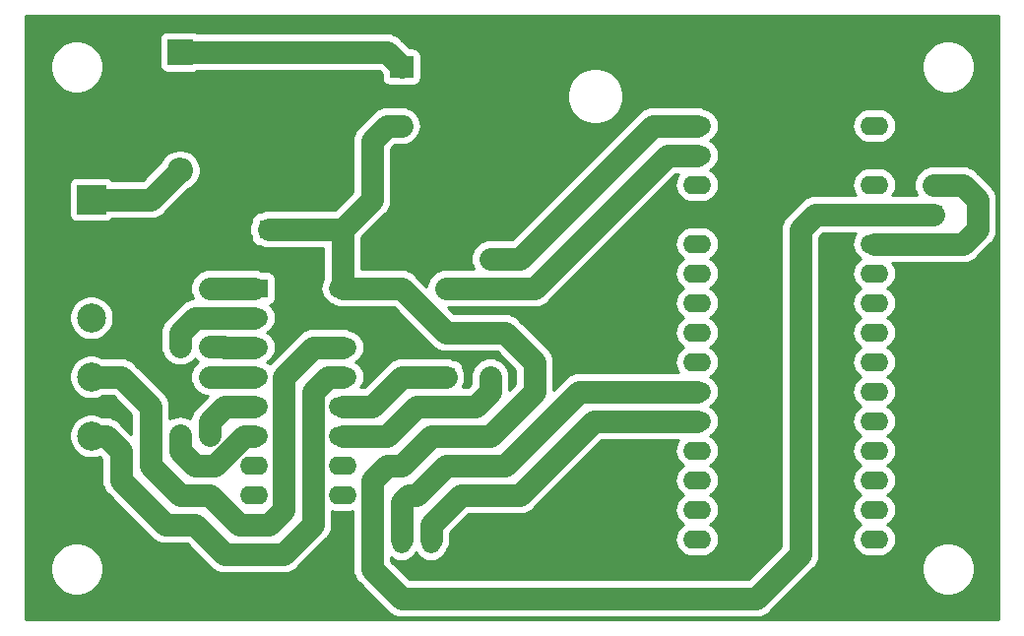
<source format=gbr>
G04 #@! TF.GenerationSoftware,KiCad,Pcbnew,5.1.6*
G04 #@! TF.CreationDate,2020-05-30T14:28:26+02:00*
G04 #@! TF.ProjectId,transmitter,7472616e-736d-4697-9474-65722e6b6963,rev?*
G04 #@! TF.SameCoordinates,PX41672a0PY6350ce0*
G04 #@! TF.FileFunction,Copper,L2,Bot*
G04 #@! TF.FilePolarity,Positive*
%FSLAX46Y46*%
G04 Gerber Fmt 4.6, Leading zero omitted, Abs format (unit mm)*
G04 Created by KiCad (PCBNEW 5.1.6) date 2020-05-30 14:28:26*
%MOMM*%
%LPD*%
G01*
G04 APERTURE LIST*
G04 #@! TA.AperFunction,ComponentPad*
%ADD10R,1.500000X1.500000*%
G04 #@! TD*
G04 #@! TA.AperFunction,ComponentPad*
%ADD11C,1.500000*%
G04 #@! TD*
G04 #@! TA.AperFunction,ComponentPad*
%ADD12O,2.400000X1.600000*%
G04 #@! TD*
G04 #@! TA.AperFunction,ComponentPad*
%ADD13O,1.600000X2.400000*%
G04 #@! TD*
G04 #@! TA.AperFunction,ComponentPad*
%ADD14C,2.500000*%
G04 #@! TD*
G04 #@! TA.AperFunction,ComponentPad*
%ADD15R,2.500000X2.500000*%
G04 #@! TD*
G04 #@! TA.AperFunction,ComponentPad*
%ADD16R,2.400000X1.600000*%
G04 #@! TD*
G04 #@! TA.AperFunction,ComponentPad*
%ADD17O,2.000000X1.905000*%
G04 #@! TD*
G04 #@! TA.AperFunction,ComponentPad*
%ADD18R,2.000000X1.905000*%
G04 #@! TD*
G04 #@! TA.AperFunction,ComponentPad*
%ADD19O,1.600000X1.600000*%
G04 #@! TD*
G04 #@! TA.AperFunction,ComponentPad*
%ADD20R,1.600000X1.600000*%
G04 #@! TD*
G04 #@! TA.AperFunction,ComponentPad*
%ADD21O,2.200000X2.200000*%
G04 #@! TD*
G04 #@! TA.AperFunction,ComponentPad*
%ADD22R,2.200000X2.200000*%
G04 #@! TD*
G04 #@! TA.AperFunction,ComponentPad*
%ADD23C,1.600000*%
G04 #@! TD*
G04 #@! TA.AperFunction,ViaPad*
%ADD24C,1.600000*%
G04 #@! TD*
G04 #@! TA.AperFunction,Conductor*
%ADD25C,1.950000*%
G04 #@! TD*
G04 #@! TA.AperFunction,Conductor*
%ADD26C,0.254000*%
G04 #@! TD*
G04 APERTURE END LIST*
D10*
X78740000Y35560000D03*
D11*
X78740000Y40640000D03*
X78740000Y38100000D03*
D12*
X73660000Y7620000D03*
X73660000Y10160000D03*
X73660000Y12700000D03*
X73660000Y15240000D03*
X73660000Y17780000D03*
X73660000Y20320000D03*
X73660000Y22860000D03*
X73660000Y25400000D03*
X73660000Y27940000D03*
X73660000Y30480000D03*
X73660000Y33020000D03*
X73660000Y35560000D03*
X73660000Y38100000D03*
X73660000Y40640000D03*
X73660000Y43180000D03*
X58420000Y7620000D03*
X58420000Y10160000D03*
X58420000Y12700000D03*
X58420000Y15240000D03*
X58420000Y17780000D03*
X58420000Y20320000D03*
X58420000Y22860000D03*
X58420000Y25400000D03*
X58420000Y27940000D03*
X58420000Y30480000D03*
X58420000Y33020000D03*
X58420000Y35560000D03*
X58420000Y38100000D03*
X58420000Y40640000D03*
X58420000Y43180000D03*
D13*
X38100000Y7620000D03*
X35560000Y7620000D03*
X33020000Y7620000D03*
X30480000Y7620000D03*
D14*
X6350000Y16510000D03*
X6350000Y21590000D03*
X6350000Y26670000D03*
X6350000Y31750000D03*
D15*
X6350000Y36830000D03*
D12*
X27940000Y29210000D03*
X20320000Y11430000D03*
X27940000Y26670000D03*
X20320000Y13970000D03*
X27940000Y24130000D03*
X20320000Y16510000D03*
X27940000Y21590000D03*
X20320000Y19050000D03*
X27940000Y19050000D03*
X20320000Y21590000D03*
X27940000Y16510000D03*
X20320000Y24130000D03*
X27940000Y13970000D03*
X20320000Y26670000D03*
X27940000Y11430000D03*
D16*
X20320000Y29210000D03*
D17*
X33020000Y43180000D03*
X33020000Y45720000D03*
D18*
X33020000Y48260000D03*
D19*
X36830000Y29210000D03*
D20*
X36830000Y21590000D03*
D21*
X13970000Y39370000D03*
D22*
X13970000Y49530000D03*
D23*
X13970000Y21590000D03*
X13970000Y16590000D03*
X13970000Y29210000D03*
X13970000Y24210000D03*
X16510000Y24210000D03*
X16510000Y29210000D03*
X16510000Y16590000D03*
X16510000Y21590000D03*
X33020000Y24210000D03*
X33020000Y29210000D03*
X82550000Y40560000D03*
X82550000Y35560000D03*
X21590000Y39290000D03*
D20*
X21590000Y34290000D03*
D23*
X27940000Y39290000D03*
X27940000Y34290000D03*
X27940000Y44530000D03*
X27940000Y49530000D03*
X21590000Y44530000D03*
D20*
X21590000Y49530000D03*
D24*
X40640000Y21590000D03*
X40640000Y31750000D03*
D25*
X40640000Y21590000D02*
X40640000Y20320000D01*
X40640000Y20320000D02*
X39370000Y19050000D01*
X39370000Y19050000D02*
X34290000Y19050000D01*
X34290000Y19050000D02*
X31750000Y16510000D01*
X31750000Y16510000D02*
X27940000Y16510000D01*
X58420000Y43180000D02*
X54610000Y43180000D01*
X54610000Y43180000D02*
X43180000Y31750000D01*
X43180000Y31750000D02*
X40640000Y31750000D01*
X58420000Y40640000D02*
X55880000Y40640000D01*
X36830000Y29210000D02*
X44450000Y29210000D01*
X44450000Y29210000D02*
X55880000Y40640000D01*
X29130000Y45720000D02*
X27940000Y44530000D01*
X33020000Y45720000D02*
X29130000Y45720000D01*
X20240000Y39290000D02*
X21590000Y39290000D01*
X17780000Y36830000D02*
X20240000Y39290000D01*
X12780000Y44530000D02*
X10160000Y41910000D01*
X21590000Y44530000D02*
X12780000Y44530000D01*
X10160000Y41910000D02*
X3810000Y41910000D01*
X3810000Y41910000D02*
X2540000Y40640000D01*
X17780000Y36830000D02*
X17780000Y34290000D01*
X26590000Y44530000D02*
X27940000Y43180000D01*
X25480000Y44530000D02*
X26590000Y44530000D01*
X27940000Y44530000D02*
X27940000Y43180000D01*
X25480000Y44530000D02*
X21590000Y44530000D01*
X27940000Y44530000D02*
X25480000Y44530000D01*
X27940000Y40640000D02*
X26590000Y39290000D01*
X26590000Y39290000D02*
X21590000Y39290000D01*
X27940000Y39290000D02*
X26590000Y39290000D01*
X27940000Y40640000D02*
X27940000Y39290000D01*
X27940000Y43180000D02*
X27940000Y40640000D01*
X16510000Y31750000D02*
X15240000Y31750000D01*
X15240000Y31750000D02*
X13970000Y30480000D01*
X13970000Y30480000D02*
X13970000Y29210000D01*
X12700000Y29210000D02*
X13970000Y29210000D01*
X11430000Y22860000D02*
X11430000Y27940000D01*
X11430000Y27940000D02*
X12700000Y29210000D01*
X11430000Y22860000D02*
X12700000Y21590000D01*
X12700000Y21590000D02*
X13970000Y21590000D01*
X17780000Y34290000D02*
X17780000Y31750000D01*
X16510000Y31750000D02*
X17780000Y31750000D01*
X17780000Y31750000D02*
X22860000Y31750000D01*
X22860000Y31750000D02*
X24130000Y30480000D01*
X24130000Y30480000D02*
X24130000Y27940000D01*
X24130000Y27940000D02*
X25400000Y26670000D01*
X25400000Y26670000D02*
X27940000Y26670000D01*
X30560000Y26670000D02*
X33020000Y24210000D01*
X27940000Y26670000D02*
X30560000Y26670000D01*
X63500000Y50800000D02*
X64770000Y49530000D01*
X41910000Y50800000D02*
X63500000Y50800000D01*
X33020000Y45720000D02*
X36830000Y45720000D01*
X36830000Y45720000D02*
X41910000Y50800000D01*
X64770000Y49530000D02*
X64770000Y41910000D01*
X58420000Y35560000D02*
X64770000Y35560000D01*
X73660000Y40640000D02*
X64770000Y40640000D01*
X64770000Y41910000D02*
X64770000Y40640000D01*
X64770000Y40640000D02*
X64770000Y35560000D01*
X78740000Y40640000D02*
X73660000Y40640000D01*
X64770000Y7620000D02*
X64770000Y35560000D01*
X62230000Y5080000D02*
X64770000Y7620000D01*
X38100000Y7620000D02*
X40640000Y5080000D01*
X40640000Y5080000D02*
X62230000Y5080000D01*
X2540000Y40640000D02*
X2540000Y33020000D01*
X2540000Y33020000D02*
X3810000Y31750000D01*
X3810000Y31750000D02*
X6350000Y31750000D01*
X82470000Y40640000D02*
X82550000Y40560000D01*
X78740000Y40640000D02*
X82470000Y40640000D01*
X33020000Y10770000D02*
X33020000Y10160000D01*
X33020000Y10160000D02*
X33020000Y7620000D01*
X58420000Y20320000D02*
X48260000Y20320000D01*
X48260000Y20320000D02*
X41910000Y13970000D01*
X41910000Y13970000D02*
X36830000Y13970000D01*
X36830000Y13970000D02*
X34290000Y11430000D01*
X34290000Y11430000D02*
X33680000Y11430000D01*
X33680000Y11430000D02*
X33020000Y10770000D01*
X35560000Y7620000D02*
X35560000Y8890000D01*
X35560000Y8890000D02*
X38100000Y11430000D01*
X38100000Y11430000D02*
X43180000Y11430000D01*
X43180000Y11430000D02*
X49530000Y17780000D01*
X49530000Y17780000D02*
X58420000Y17780000D01*
X27940000Y34290000D02*
X21590000Y34290000D01*
X31750000Y43180000D02*
X33020000Y43180000D01*
X30480000Y41910000D02*
X31750000Y43180000D01*
X27940000Y34290000D02*
X30480000Y36830000D01*
X30480000Y36830000D02*
X30480000Y41910000D01*
X27940000Y34290000D02*
X27940000Y29210000D01*
X27940000Y29210000D02*
X33020000Y29210000D01*
X36830000Y25400000D02*
X33020000Y29210000D01*
X41910000Y25400000D02*
X36830000Y25400000D01*
X30480000Y7620000D02*
X30480000Y11430000D01*
X35560000Y16510000D02*
X40640000Y16510000D01*
X40640000Y16510000D02*
X44450000Y20320000D01*
X44450000Y20320000D02*
X44450000Y22860000D01*
X44450000Y22860000D02*
X41910000Y25400000D01*
X73660000Y35560000D02*
X68580000Y35560000D01*
X68580000Y35560000D02*
X67310000Y34290000D01*
X67310000Y34290000D02*
X67310000Y6350000D01*
X78740000Y35560000D02*
X73660000Y35560000D01*
X67310000Y6350000D02*
X63500000Y2540000D01*
X63500000Y2540000D02*
X33020000Y2540000D01*
X33020000Y2540000D02*
X30480000Y5080000D01*
X30480000Y5080000D02*
X30480000Y7620000D01*
X35560000Y16510000D02*
X33020000Y13970000D01*
X33020000Y13970000D02*
X31750000Y13970000D01*
X31750000Y13970000D02*
X30480000Y12700000D01*
X30480000Y12700000D02*
X30480000Y11430000D01*
X73660000Y33020000D02*
X78740000Y33020000D01*
X78740000Y38100000D02*
X81280000Y38100000D01*
X81280000Y38100000D02*
X82550000Y36830000D01*
X82550000Y36830000D02*
X82550000Y35560000D01*
X82550000Y35560000D02*
X82550000Y34290000D01*
X82550000Y34290000D02*
X81280000Y33020000D01*
X81280000Y33020000D02*
X78740000Y33020000D01*
X13970000Y49530000D02*
X21590000Y49530000D01*
X21590000Y49530000D02*
X27940000Y49530000D01*
X31750000Y49530000D02*
X33020000Y48260000D01*
X27940000Y49530000D02*
X31750000Y49530000D01*
X20320000Y19050000D02*
X17780000Y19050000D01*
X17780000Y19050000D02*
X16510000Y17780000D01*
X16510000Y17780000D02*
X16510000Y16590000D01*
X20320000Y21590000D02*
X16510000Y21590000D01*
X20320000Y24130000D02*
X17780000Y24130000D01*
X17700000Y24210000D02*
X16510000Y24210000D01*
X17780000Y24130000D02*
X17700000Y24210000D01*
X20320000Y29210000D02*
X16510000Y29210000D01*
X15240000Y26670000D02*
X13970000Y25400000D01*
X13970000Y25400000D02*
X13970000Y24210000D01*
X15240000Y26670000D02*
X20320000Y26670000D01*
X13970000Y16590000D02*
X13970000Y15240000D01*
X13970000Y15240000D02*
X15240000Y13970000D01*
X20320000Y16510000D02*
X19470572Y16510000D01*
X19470572Y16510000D02*
X16930572Y13970000D01*
X16930572Y13970000D02*
X15240000Y13970000D01*
X13970000Y39370000D02*
X11430000Y36830000D01*
X11430000Y36830000D02*
X6350000Y36830000D01*
X36830000Y21590000D02*
X33020000Y21590000D01*
X33020000Y21590000D02*
X30480000Y19050000D01*
X30480000Y19050000D02*
X27940000Y19050000D01*
X26670000Y21590000D02*
X25400000Y20320000D01*
X27940000Y21590000D02*
X26670000Y21590000D01*
X25400000Y8890000D02*
X22860000Y6350000D01*
X25400000Y20320000D02*
X25400000Y8890000D01*
X6350000Y16510000D02*
X7620000Y16510000D01*
X7620000Y16510000D02*
X8890000Y15240000D01*
X8890000Y15240000D02*
X8890000Y12700000D01*
X22860000Y6350000D02*
X17780000Y6350000D01*
X17780000Y6350000D02*
X15240000Y8890000D01*
X15240000Y8890000D02*
X12700000Y8890000D01*
X12700000Y8890000D02*
X8890000Y12700000D01*
X8890000Y21590000D02*
X6350000Y21590000D01*
X11430000Y19050000D02*
X8890000Y21590000D01*
X11430000Y13970000D02*
X11430000Y19050000D01*
X13970000Y11430000D02*
X11430000Y13970000D01*
X16510000Y11430000D02*
X13970000Y11430000D01*
X27940000Y24130000D02*
X25400000Y24130000D01*
X22860000Y21590000D02*
X22860000Y10160000D01*
X25400000Y24130000D02*
X22860000Y21590000D01*
X22860000Y10160000D02*
X21590000Y8890000D01*
X21590000Y8890000D02*
X19050000Y8890000D01*
X19050000Y8890000D02*
X16510000Y11430000D01*
D26*
G36*
X84363001Y727000D02*
G01*
X727000Y727000D01*
X727000Y5304265D01*
X2803000Y5304265D01*
X2803000Y4855735D01*
X2890504Y4415824D01*
X3062149Y4001436D01*
X3311339Y3628497D01*
X3628497Y3311339D01*
X4001436Y3062149D01*
X4415824Y2890504D01*
X4855735Y2803000D01*
X5304265Y2803000D01*
X5744176Y2890504D01*
X6158564Y3062149D01*
X6531503Y3311339D01*
X6848661Y3628497D01*
X7097851Y4001436D01*
X7269496Y4415824D01*
X7357000Y4855735D01*
X7357000Y5304265D01*
X7269496Y5744176D01*
X7097851Y6158564D01*
X6848661Y6531503D01*
X6531503Y6848661D01*
X6158564Y7097851D01*
X5744176Y7269496D01*
X5304265Y7357000D01*
X4855735Y7357000D01*
X4415824Y7269496D01*
X4001436Y7097851D01*
X3628497Y6848661D01*
X3311339Y6531503D01*
X3062149Y6158564D01*
X2890504Y5744176D01*
X2803000Y5304265D01*
X727000Y5304265D01*
X727000Y21779793D01*
X4423000Y21779793D01*
X4423000Y21400207D01*
X4497053Y21027915D01*
X4642315Y20677223D01*
X4853201Y20361609D01*
X5121609Y20093201D01*
X5437223Y19882315D01*
X5787915Y19737053D01*
X6160207Y19663000D01*
X6539793Y19663000D01*
X6912085Y19737053D01*
X7262777Y19882315D01*
X7346116Y19938000D01*
X8205720Y19938000D01*
X9778001Y18365718D01*
X9778001Y16688280D01*
X8845525Y17620755D01*
X8793792Y17683792D01*
X8542243Y17890234D01*
X8255252Y18043634D01*
X7943849Y18138097D01*
X7701155Y18162000D01*
X7701147Y18162000D01*
X7620000Y18169992D01*
X7538853Y18162000D01*
X7346116Y18162000D01*
X7262777Y18217685D01*
X6912085Y18362947D01*
X6539793Y18437000D01*
X6160207Y18437000D01*
X5787915Y18362947D01*
X5437223Y18217685D01*
X5121609Y18006799D01*
X4853201Y17738391D01*
X4642315Y17422777D01*
X4497053Y17072085D01*
X4423000Y16699793D01*
X4423000Y16320207D01*
X4497053Y15947915D01*
X4642315Y15597223D01*
X4853201Y15281609D01*
X5121609Y15013201D01*
X5437223Y14802315D01*
X5787915Y14657053D01*
X6160207Y14583000D01*
X6539793Y14583000D01*
X6912085Y14657053D01*
X7070888Y14722832D01*
X7238000Y14555719D01*
X7238001Y12781157D01*
X7230008Y12700000D01*
X7261903Y12376152D01*
X7356367Y12064748D01*
X7509766Y11777758D01*
X7664475Y11589245D01*
X7664478Y11589242D01*
X7716209Y11526208D01*
X7779243Y11474477D01*
X11474473Y7779247D01*
X11526208Y7716208D01*
X11777757Y7509766D01*
X12064748Y7356366D01*
X12376151Y7261903D01*
X12618845Y7238000D01*
X12618852Y7238000D01*
X12700000Y7230008D01*
X12781147Y7238000D01*
X14555720Y7238000D01*
X16554477Y5239242D01*
X16606208Y5176208D01*
X16669242Y5124477D01*
X16669244Y5124475D01*
X16723437Y5080000D01*
X16857757Y4969766D01*
X17144748Y4816366D01*
X17456151Y4721903D01*
X17698845Y4698000D01*
X17698854Y4698000D01*
X17779999Y4690008D01*
X17861144Y4698000D01*
X22778853Y4698000D01*
X22860000Y4690008D01*
X22941147Y4698000D01*
X22941155Y4698000D01*
X23183849Y4721903D01*
X23495252Y4816366D01*
X23782243Y4969766D01*
X24033792Y5176208D01*
X24085527Y5239247D01*
X26510758Y7664477D01*
X26573792Y7716208D01*
X26625526Y7779245D01*
X26671544Y7835318D01*
X26780234Y7967757D01*
X26933634Y8254748D01*
X27028097Y8566151D01*
X27052000Y8808845D01*
X27052000Y8808854D01*
X27059992Y8889999D01*
X27052000Y8971144D01*
X27052000Y10034573D01*
X27250457Y9974371D01*
X27467444Y9953000D01*
X28412556Y9953000D01*
X28629543Y9974371D01*
X28828001Y10034573D01*
X28828000Y7538846D01*
X28828001Y7538836D01*
X28828000Y5161148D01*
X28820008Y5080000D01*
X28828000Y4998853D01*
X28828000Y4998846D01*
X28851903Y4756152D01*
X28946366Y4444749D01*
X29099766Y4157758D01*
X29306208Y3906208D01*
X29369247Y3854473D01*
X31794477Y1429242D01*
X31846208Y1366208D01*
X31909242Y1314477D01*
X31909244Y1314475D01*
X31965318Y1268456D01*
X32097757Y1159766D01*
X32384748Y1006366D01*
X32696151Y911903D01*
X32938845Y888000D01*
X32938854Y888000D01*
X33019999Y880008D01*
X33101144Y888000D01*
X63418853Y888000D01*
X63500000Y880008D01*
X63581147Y888000D01*
X63581155Y888000D01*
X63823849Y911903D01*
X64135252Y1006366D01*
X64422243Y1159766D01*
X64673792Y1366208D01*
X64725527Y1429247D01*
X68420755Y5124475D01*
X68483792Y5176208D01*
X68588886Y5304265D01*
X77733000Y5304265D01*
X77733000Y4855735D01*
X77820504Y4415824D01*
X77992149Y4001436D01*
X78241339Y3628497D01*
X78558497Y3311339D01*
X78931436Y3062149D01*
X79345824Y2890504D01*
X79785735Y2803000D01*
X80234265Y2803000D01*
X80674176Y2890504D01*
X81088564Y3062149D01*
X81461503Y3311339D01*
X81778661Y3628497D01*
X82027851Y4001436D01*
X82199496Y4415824D01*
X82287000Y4855735D01*
X82287000Y5304265D01*
X82199496Y5744176D01*
X82027851Y6158564D01*
X81778661Y6531503D01*
X81461503Y6848661D01*
X81088564Y7097851D01*
X80674176Y7269496D01*
X80234265Y7357000D01*
X79785735Y7357000D01*
X79345824Y7269496D01*
X78931436Y7097851D01*
X78558497Y6848661D01*
X78241339Y6531503D01*
X77992149Y6158564D01*
X77820504Y5744176D01*
X77733000Y5304265D01*
X68588886Y5304265D01*
X68690234Y5427757D01*
X68843634Y5714748D01*
X68938097Y6026151D01*
X68962000Y6268845D01*
X68962000Y6268852D01*
X68969992Y6350000D01*
X68962000Y6431147D01*
X68962000Y33605720D01*
X69264281Y33908000D01*
X72078052Y33908000D01*
X72025978Y33844547D01*
X71888828Y33587958D01*
X71804371Y33309543D01*
X71775854Y33020000D01*
X71804371Y32730457D01*
X71888828Y32452042D01*
X72025978Y32195453D01*
X72210550Y31970550D01*
X72435453Y31785978D01*
X72502763Y31750000D01*
X72435453Y31714022D01*
X72210550Y31529450D01*
X72025978Y31304547D01*
X71888828Y31047958D01*
X71804371Y30769543D01*
X71775854Y30480000D01*
X71804371Y30190457D01*
X71888828Y29912042D01*
X72025978Y29655453D01*
X72210550Y29430550D01*
X72435453Y29245978D01*
X72502763Y29210000D01*
X72435453Y29174022D01*
X72210550Y28989450D01*
X72025978Y28764547D01*
X71888828Y28507958D01*
X71804371Y28229543D01*
X71775854Y27940000D01*
X71804371Y27650457D01*
X71888828Y27372042D01*
X72025978Y27115453D01*
X72210550Y26890550D01*
X72435453Y26705978D01*
X72502763Y26670000D01*
X72435453Y26634022D01*
X72210550Y26449450D01*
X72025978Y26224547D01*
X71888828Y25967958D01*
X71804371Y25689543D01*
X71775854Y25400000D01*
X71804371Y25110457D01*
X71888828Y24832042D01*
X72025978Y24575453D01*
X72210550Y24350550D01*
X72435453Y24165978D01*
X72502763Y24130000D01*
X72435453Y24094022D01*
X72210550Y23909450D01*
X72025978Y23684547D01*
X71888828Y23427958D01*
X71804371Y23149543D01*
X71775854Y22860000D01*
X71804371Y22570457D01*
X71888828Y22292042D01*
X72025978Y22035453D01*
X72210550Y21810550D01*
X72435453Y21625978D01*
X72502763Y21590000D01*
X72435453Y21554022D01*
X72210550Y21369450D01*
X72025978Y21144547D01*
X71888828Y20887958D01*
X71804371Y20609543D01*
X71775854Y20320000D01*
X71804371Y20030457D01*
X71888828Y19752042D01*
X72025978Y19495453D01*
X72210550Y19270550D01*
X72435453Y19085978D01*
X72502763Y19050000D01*
X72435453Y19014022D01*
X72210550Y18829450D01*
X72025978Y18604547D01*
X71888828Y18347958D01*
X71804371Y18069543D01*
X71775854Y17780000D01*
X71804371Y17490457D01*
X71888828Y17212042D01*
X72025978Y16955453D01*
X72210550Y16730550D01*
X72435453Y16545978D01*
X72502763Y16510000D01*
X72435453Y16474022D01*
X72210550Y16289450D01*
X72025978Y16064547D01*
X71888828Y15807958D01*
X71804371Y15529543D01*
X71775854Y15240000D01*
X71804371Y14950457D01*
X71888828Y14672042D01*
X72025978Y14415453D01*
X72210550Y14190550D01*
X72435453Y14005978D01*
X72502763Y13970000D01*
X72435453Y13934022D01*
X72210550Y13749450D01*
X72025978Y13524547D01*
X71888828Y13267958D01*
X71804371Y12989543D01*
X71775854Y12700000D01*
X71804371Y12410457D01*
X71888828Y12132042D01*
X72025978Y11875453D01*
X72210550Y11650550D01*
X72435453Y11465978D01*
X72502763Y11430000D01*
X72435453Y11394022D01*
X72210550Y11209450D01*
X72025978Y10984547D01*
X71888828Y10727958D01*
X71804371Y10449543D01*
X71775854Y10160000D01*
X71804371Y9870457D01*
X71888828Y9592042D01*
X72025978Y9335453D01*
X72210550Y9110550D01*
X72435453Y8925978D01*
X72502763Y8890000D01*
X72435453Y8854022D01*
X72210550Y8669450D01*
X72025978Y8444547D01*
X71888828Y8187958D01*
X71804371Y7909543D01*
X71775854Y7620000D01*
X71804371Y7330457D01*
X71888828Y7052042D01*
X72025978Y6795453D01*
X72210550Y6570550D01*
X72435453Y6385978D01*
X72692042Y6248828D01*
X72970457Y6164371D01*
X73187444Y6143000D01*
X74132556Y6143000D01*
X74349543Y6164371D01*
X74627958Y6248828D01*
X74884547Y6385978D01*
X75109450Y6570550D01*
X75294022Y6795453D01*
X75431172Y7052042D01*
X75515629Y7330457D01*
X75544146Y7620000D01*
X75515629Y7909543D01*
X75431172Y8187958D01*
X75294022Y8444547D01*
X75109450Y8669450D01*
X74884547Y8854022D01*
X74817237Y8890000D01*
X74884547Y8925978D01*
X75109450Y9110550D01*
X75294022Y9335453D01*
X75431172Y9592042D01*
X75515629Y9870457D01*
X75544146Y10160000D01*
X75515629Y10449543D01*
X75431172Y10727958D01*
X75294022Y10984547D01*
X75109450Y11209450D01*
X74884547Y11394022D01*
X74817237Y11430000D01*
X74884547Y11465978D01*
X75109450Y11650550D01*
X75294022Y11875453D01*
X75431172Y12132042D01*
X75515629Y12410457D01*
X75544146Y12700000D01*
X75515629Y12989543D01*
X75431172Y13267958D01*
X75294022Y13524547D01*
X75109450Y13749450D01*
X74884547Y13934022D01*
X74817237Y13970000D01*
X74884547Y14005978D01*
X75109450Y14190550D01*
X75294022Y14415453D01*
X75431172Y14672042D01*
X75515629Y14950457D01*
X75544146Y15240000D01*
X75515629Y15529543D01*
X75431172Y15807958D01*
X75294022Y16064547D01*
X75109450Y16289450D01*
X74884547Y16474022D01*
X74817237Y16510000D01*
X74884547Y16545978D01*
X75109450Y16730550D01*
X75294022Y16955453D01*
X75431172Y17212042D01*
X75515629Y17490457D01*
X75544146Y17780000D01*
X75515629Y18069543D01*
X75431172Y18347958D01*
X75294022Y18604547D01*
X75109450Y18829450D01*
X74884547Y19014022D01*
X74817237Y19050000D01*
X74884547Y19085978D01*
X75109450Y19270550D01*
X75294022Y19495453D01*
X75431172Y19752042D01*
X75515629Y20030457D01*
X75544146Y20320000D01*
X75515629Y20609543D01*
X75431172Y20887958D01*
X75294022Y21144547D01*
X75109450Y21369450D01*
X74884547Y21554022D01*
X74817237Y21590000D01*
X74884547Y21625978D01*
X75109450Y21810550D01*
X75294022Y22035453D01*
X75431172Y22292042D01*
X75515629Y22570457D01*
X75544146Y22860000D01*
X75515629Y23149543D01*
X75431172Y23427958D01*
X75294022Y23684547D01*
X75109450Y23909450D01*
X74884547Y24094022D01*
X74817237Y24130000D01*
X74884547Y24165978D01*
X75109450Y24350550D01*
X75294022Y24575453D01*
X75431172Y24832042D01*
X75515629Y25110457D01*
X75544146Y25400000D01*
X75515629Y25689543D01*
X75431172Y25967958D01*
X75294022Y26224547D01*
X75109450Y26449450D01*
X74884547Y26634022D01*
X74817237Y26670000D01*
X74884547Y26705978D01*
X75109450Y26890550D01*
X75294022Y27115453D01*
X75431172Y27372042D01*
X75515629Y27650457D01*
X75544146Y27940000D01*
X75515629Y28229543D01*
X75431172Y28507958D01*
X75294022Y28764547D01*
X75109450Y28989450D01*
X74884547Y29174022D01*
X74817237Y29210000D01*
X74884547Y29245978D01*
X75109450Y29430550D01*
X75294022Y29655453D01*
X75431172Y29912042D01*
X75515629Y30190457D01*
X75544146Y30480000D01*
X75515629Y30769543D01*
X75431172Y31047958D01*
X75294022Y31304547D01*
X75241948Y31368000D01*
X81198853Y31368000D01*
X81280000Y31360008D01*
X81361147Y31368000D01*
X81361155Y31368000D01*
X81603849Y31391903D01*
X81915252Y31486366D01*
X82202243Y31639766D01*
X82453792Y31846208D01*
X82505527Y31909247D01*
X83660758Y33064477D01*
X83723792Y33116208D01*
X83816909Y33229670D01*
X83930234Y33367757D01*
X84083633Y33654747D01*
X84083634Y33654748D01*
X84178097Y33966151D01*
X84202000Y34208845D01*
X84202000Y34208854D01*
X84209992Y34289999D01*
X84202000Y34371144D01*
X84202000Y36748856D01*
X84209992Y36830001D01*
X84202000Y36911146D01*
X84202000Y36911155D01*
X84178097Y37153849D01*
X84083634Y37465252D01*
X83930234Y37752243D01*
X83882459Y37810457D01*
X83775525Y37940756D01*
X83775523Y37940758D01*
X83723792Y38003792D01*
X83660759Y38055522D01*
X82505527Y39210753D01*
X82453792Y39273792D01*
X82202243Y39480234D01*
X81915252Y39633634D01*
X81603849Y39728097D01*
X81361155Y39752000D01*
X81361147Y39752000D01*
X81280000Y39759992D01*
X81198853Y39752000D01*
X78658845Y39752000D01*
X78416151Y39728097D01*
X78104748Y39633634D01*
X77817757Y39480234D01*
X77566208Y39273792D01*
X77359766Y39022243D01*
X77206366Y38735252D01*
X77111903Y38423849D01*
X77080007Y38100000D01*
X77111903Y37776151D01*
X77206366Y37464748D01*
X77341463Y37212000D01*
X75241948Y37212000D01*
X75294022Y37275453D01*
X75431172Y37532042D01*
X75515629Y37810457D01*
X75544146Y38100000D01*
X75515629Y38389543D01*
X75431172Y38667958D01*
X75294022Y38924547D01*
X75109450Y39149450D01*
X74884547Y39334022D01*
X74627958Y39471172D01*
X74349543Y39555629D01*
X74132556Y39577000D01*
X73187444Y39577000D01*
X72970457Y39555629D01*
X72692042Y39471172D01*
X72435453Y39334022D01*
X72210550Y39149450D01*
X72025978Y38924547D01*
X71888828Y38667958D01*
X71804371Y38389543D01*
X71775854Y38100000D01*
X71804371Y37810457D01*
X71888828Y37532042D01*
X72025978Y37275453D01*
X72078052Y37212000D01*
X68661144Y37212000D01*
X68579999Y37219992D01*
X68498854Y37212000D01*
X68498845Y37212000D01*
X68256151Y37188097D01*
X67944748Y37093634D01*
X67798811Y37015629D01*
X67657757Y36940234D01*
X67469244Y36785525D01*
X67469242Y36785523D01*
X67406208Y36733792D01*
X67354477Y36670758D01*
X66199247Y35515527D01*
X66136208Y35463792D01*
X65929766Y35212242D01*
X65776366Y34925251D01*
X65681903Y34613848D01*
X65658000Y34371154D01*
X65658000Y34371147D01*
X65650008Y34290000D01*
X65658000Y34208853D01*
X65658001Y7034281D01*
X62815720Y4192000D01*
X33704281Y4192000D01*
X32132000Y5764280D01*
X32132000Y6038053D01*
X32195454Y5985978D01*
X32452043Y5848828D01*
X32730458Y5764371D01*
X33020000Y5735854D01*
X33309543Y5764371D01*
X33587958Y5848828D01*
X33844547Y5985978D01*
X34069450Y6170550D01*
X34254022Y6395453D01*
X34290000Y6462763D01*
X34325978Y6395453D01*
X34510550Y6170550D01*
X34735454Y5985978D01*
X34992043Y5848828D01*
X35270458Y5764371D01*
X35560000Y5735854D01*
X35849543Y5764371D01*
X36127958Y5848828D01*
X36384547Y5985978D01*
X36609450Y6170550D01*
X36794022Y6395453D01*
X36931172Y6652042D01*
X36951346Y6718546D01*
X37093634Y6984748D01*
X37188097Y7296151D01*
X37212000Y7538845D01*
X37212000Y8205720D01*
X38784281Y9778000D01*
X43098853Y9778000D01*
X43180000Y9770008D01*
X43261147Y9778000D01*
X43261155Y9778000D01*
X43503849Y9801903D01*
X43815252Y9896366D01*
X44102243Y10049766D01*
X44353792Y10256208D01*
X44405527Y10319247D01*
X50214281Y16128000D01*
X56838052Y16128000D01*
X56785978Y16064547D01*
X56648828Y15807958D01*
X56564371Y15529543D01*
X56535854Y15240000D01*
X56564371Y14950457D01*
X56648828Y14672042D01*
X56785978Y14415453D01*
X56970550Y14190550D01*
X57195453Y14005978D01*
X57262763Y13970000D01*
X57195453Y13934022D01*
X56970550Y13749450D01*
X56785978Y13524547D01*
X56648828Y13267958D01*
X56564371Y12989543D01*
X56535854Y12700000D01*
X56564371Y12410457D01*
X56648828Y12132042D01*
X56785978Y11875453D01*
X56970550Y11650550D01*
X57195453Y11465978D01*
X57262763Y11430000D01*
X57195453Y11394022D01*
X56970550Y11209450D01*
X56785978Y10984547D01*
X56648828Y10727958D01*
X56564371Y10449543D01*
X56535854Y10160000D01*
X56564371Y9870457D01*
X56648828Y9592042D01*
X56785978Y9335453D01*
X56970550Y9110550D01*
X57195453Y8925978D01*
X57262763Y8890000D01*
X57195453Y8854022D01*
X56970550Y8669450D01*
X56785978Y8444547D01*
X56648828Y8187958D01*
X56564371Y7909543D01*
X56535854Y7620000D01*
X56564371Y7330457D01*
X56648828Y7052042D01*
X56785978Y6795453D01*
X56970550Y6570550D01*
X57195453Y6385978D01*
X57452042Y6248828D01*
X57730457Y6164371D01*
X57947444Y6143000D01*
X58892556Y6143000D01*
X59109543Y6164371D01*
X59387958Y6248828D01*
X59644547Y6385978D01*
X59869450Y6570550D01*
X60054022Y6795453D01*
X60191172Y7052042D01*
X60275629Y7330457D01*
X60304146Y7620000D01*
X60275629Y7909543D01*
X60191172Y8187958D01*
X60054022Y8444547D01*
X59869450Y8669450D01*
X59644547Y8854022D01*
X59577237Y8890000D01*
X59644547Y8925978D01*
X59869450Y9110550D01*
X60054022Y9335453D01*
X60191172Y9592042D01*
X60275629Y9870457D01*
X60304146Y10160000D01*
X60275629Y10449543D01*
X60191172Y10727958D01*
X60054022Y10984547D01*
X59869450Y11209450D01*
X59644547Y11394022D01*
X59577237Y11430000D01*
X59644547Y11465978D01*
X59869450Y11650550D01*
X60054022Y11875453D01*
X60191172Y12132042D01*
X60275629Y12410457D01*
X60304146Y12700000D01*
X60275629Y12989543D01*
X60191172Y13267958D01*
X60054022Y13524547D01*
X59869450Y13749450D01*
X59644547Y13934022D01*
X59577237Y13970000D01*
X59644547Y14005978D01*
X59869450Y14190550D01*
X60054022Y14415453D01*
X60191172Y14672042D01*
X60275629Y14950457D01*
X60304146Y15240000D01*
X60275629Y15529543D01*
X60191172Y15807958D01*
X60054022Y16064547D01*
X59869450Y16289450D01*
X59644547Y16474022D01*
X59577237Y16510000D01*
X59644547Y16545978D01*
X59869450Y16730550D01*
X60054022Y16955453D01*
X60191172Y17212042D01*
X60275629Y17490457D01*
X60304146Y17780000D01*
X60275629Y18069543D01*
X60191172Y18347958D01*
X60054022Y18604547D01*
X59869450Y18829450D01*
X59644547Y19014022D01*
X59577237Y19050000D01*
X59644547Y19085978D01*
X59869450Y19270550D01*
X60054022Y19495453D01*
X60191172Y19752042D01*
X60275629Y20030457D01*
X60304146Y20320000D01*
X60275629Y20609543D01*
X60191172Y20887958D01*
X60054022Y21144547D01*
X59869450Y21369450D01*
X59644547Y21554022D01*
X59577237Y21590000D01*
X59644547Y21625978D01*
X59869450Y21810550D01*
X60054022Y22035453D01*
X60191172Y22292042D01*
X60275629Y22570457D01*
X60304146Y22860000D01*
X60275629Y23149543D01*
X60191172Y23427958D01*
X60054022Y23684547D01*
X59869450Y23909450D01*
X59644547Y24094022D01*
X59577237Y24130000D01*
X59644547Y24165978D01*
X59869450Y24350550D01*
X60054022Y24575453D01*
X60191172Y24832042D01*
X60275629Y25110457D01*
X60304146Y25400000D01*
X60275629Y25689543D01*
X60191172Y25967958D01*
X60054022Y26224547D01*
X59869450Y26449450D01*
X59644547Y26634022D01*
X59577237Y26670000D01*
X59644547Y26705978D01*
X59869450Y26890550D01*
X60054022Y27115453D01*
X60191172Y27372042D01*
X60275629Y27650457D01*
X60304146Y27940000D01*
X60275629Y28229543D01*
X60191172Y28507958D01*
X60054022Y28764547D01*
X59869450Y28989450D01*
X59644547Y29174022D01*
X59577237Y29210000D01*
X59644547Y29245978D01*
X59869450Y29430550D01*
X60054022Y29655453D01*
X60191172Y29912042D01*
X60275629Y30190457D01*
X60304146Y30480000D01*
X60275629Y30769543D01*
X60191172Y31047958D01*
X60054022Y31304547D01*
X59869450Y31529450D01*
X59644547Y31714022D01*
X59577237Y31750000D01*
X59644547Y31785978D01*
X59869450Y31970550D01*
X60054022Y32195453D01*
X60191172Y32452042D01*
X60275629Y32730457D01*
X60304146Y33020000D01*
X60275629Y33309543D01*
X60191172Y33587958D01*
X60054022Y33844547D01*
X59869450Y34069450D01*
X59644547Y34254022D01*
X59387958Y34391172D01*
X59109543Y34475629D01*
X58892556Y34497000D01*
X57947444Y34497000D01*
X57730457Y34475629D01*
X57452042Y34391172D01*
X57195453Y34254022D01*
X56970550Y34069450D01*
X56785978Y33844547D01*
X56648828Y33587958D01*
X56564371Y33309543D01*
X56535854Y33020000D01*
X56564371Y32730457D01*
X56648828Y32452042D01*
X56785978Y32195453D01*
X56970550Y31970550D01*
X57195453Y31785978D01*
X57262763Y31750000D01*
X57195453Y31714022D01*
X56970550Y31529450D01*
X56785978Y31304547D01*
X56648828Y31047958D01*
X56564371Y30769543D01*
X56535854Y30480000D01*
X56564371Y30190457D01*
X56648828Y29912042D01*
X56785978Y29655453D01*
X56970550Y29430550D01*
X57195453Y29245978D01*
X57262763Y29210000D01*
X57195453Y29174022D01*
X56970550Y28989450D01*
X56785978Y28764547D01*
X56648828Y28507958D01*
X56564371Y28229543D01*
X56535854Y27940000D01*
X56564371Y27650457D01*
X56648828Y27372042D01*
X56785978Y27115453D01*
X56970550Y26890550D01*
X57195453Y26705978D01*
X57262763Y26670000D01*
X57195453Y26634022D01*
X56970550Y26449450D01*
X56785978Y26224547D01*
X56648828Y25967958D01*
X56564371Y25689543D01*
X56535854Y25400000D01*
X56564371Y25110457D01*
X56648828Y24832042D01*
X56785978Y24575453D01*
X56970550Y24350550D01*
X57195453Y24165978D01*
X57262763Y24130000D01*
X57195453Y24094022D01*
X56970550Y23909450D01*
X56785978Y23684547D01*
X56648828Y23427958D01*
X56564371Y23149543D01*
X56535854Y22860000D01*
X56564371Y22570457D01*
X56648828Y22292042D01*
X56785978Y22035453D01*
X56838052Y21972000D01*
X48341147Y21972000D01*
X48259999Y21979992D01*
X48178852Y21972000D01*
X48178845Y21972000D01*
X47936151Y21948097D01*
X47624748Y21853634D01*
X47478811Y21775629D01*
X47337757Y21700234D01*
X47149244Y21545525D01*
X47149242Y21545523D01*
X47086208Y21493792D01*
X47034477Y21430758D01*
X46102000Y20498281D01*
X46102000Y22778856D01*
X46109992Y22860001D01*
X46102000Y22941146D01*
X46102000Y22941155D01*
X46078097Y23183849D01*
X45983634Y23495252D01*
X45830234Y23782243D01*
X45714717Y23923000D01*
X45675525Y23970756D01*
X45675523Y23970758D01*
X45623792Y24033792D01*
X45560758Y24085523D01*
X43135525Y26510755D01*
X43083792Y26573792D01*
X42832243Y26780234D01*
X42545252Y26933634D01*
X42233849Y27028097D01*
X41991155Y27052000D01*
X41991147Y27052000D01*
X41910000Y27059992D01*
X41828853Y27052000D01*
X37514280Y27052000D01*
X37008280Y27558000D01*
X44368853Y27558000D01*
X44450000Y27550008D01*
X44531147Y27558000D01*
X44531155Y27558000D01*
X44773849Y27581903D01*
X45085252Y27676366D01*
X45372243Y27829766D01*
X45623792Y28036208D01*
X45675527Y28099247D01*
X56564281Y38988000D01*
X56838052Y38988000D01*
X56785978Y38924547D01*
X56648828Y38667958D01*
X56564371Y38389543D01*
X56535854Y38100000D01*
X56564371Y37810457D01*
X56648828Y37532042D01*
X56785978Y37275453D01*
X56970550Y37050550D01*
X57195453Y36865978D01*
X57452042Y36728828D01*
X57730457Y36644371D01*
X57947444Y36623000D01*
X58892556Y36623000D01*
X59109543Y36644371D01*
X59387958Y36728828D01*
X59644547Y36865978D01*
X59869450Y37050550D01*
X60054022Y37275453D01*
X60191172Y37532042D01*
X60275629Y37810457D01*
X60304146Y38100000D01*
X60275629Y38389543D01*
X60191172Y38667958D01*
X60054022Y38924547D01*
X59869450Y39149450D01*
X59644547Y39334022D01*
X59577237Y39370000D01*
X59644547Y39405978D01*
X59869450Y39590550D01*
X60054022Y39815453D01*
X60191172Y40072042D01*
X60275629Y40350457D01*
X60304146Y40640000D01*
X60275629Y40929543D01*
X60191172Y41207958D01*
X60054022Y41464547D01*
X59869450Y41689450D01*
X59644547Y41874022D01*
X59577237Y41910000D01*
X59644547Y41945978D01*
X59869450Y42130550D01*
X60054022Y42355453D01*
X60191172Y42612042D01*
X60275629Y42890457D01*
X60304146Y43180000D01*
X71775854Y43180000D01*
X71804371Y42890457D01*
X71888828Y42612042D01*
X72025978Y42355453D01*
X72210550Y42130550D01*
X72435453Y41945978D01*
X72692042Y41808828D01*
X72970457Y41724371D01*
X73187444Y41703000D01*
X74132556Y41703000D01*
X74349543Y41724371D01*
X74627958Y41808828D01*
X74884547Y41945978D01*
X75109450Y42130550D01*
X75294022Y42355453D01*
X75431172Y42612042D01*
X75515629Y42890457D01*
X75544146Y43180000D01*
X75515629Y43469543D01*
X75431172Y43747958D01*
X75294022Y44004547D01*
X75109450Y44229450D01*
X74884547Y44414022D01*
X74627958Y44551172D01*
X74349543Y44635629D01*
X74132556Y44657000D01*
X73187444Y44657000D01*
X72970457Y44635629D01*
X72692042Y44551172D01*
X72435453Y44414022D01*
X72210550Y44229450D01*
X72025978Y44004547D01*
X71888828Y43747958D01*
X71804371Y43469543D01*
X71775854Y43180000D01*
X60304146Y43180000D01*
X60275629Y43469543D01*
X60191172Y43747958D01*
X60054022Y44004547D01*
X59869450Y44229450D01*
X59644547Y44414022D01*
X59387958Y44551172D01*
X59321454Y44571346D01*
X59055252Y44713634D01*
X58743849Y44808097D01*
X58501155Y44832000D01*
X54691147Y44832000D01*
X54609999Y44839992D01*
X54528852Y44832000D01*
X54528845Y44832000D01*
X54286151Y44808097D01*
X53974748Y44713634D01*
X53828811Y44635629D01*
X53687757Y44560234D01*
X53499244Y44405525D01*
X53499242Y44405523D01*
X53436208Y44353792D01*
X53384477Y44290758D01*
X42495720Y33402000D01*
X40558845Y33402000D01*
X40316151Y33378097D01*
X40004748Y33283634D01*
X39717757Y33130234D01*
X39466208Y32923792D01*
X39259766Y32672243D01*
X39106366Y32385252D01*
X39011903Y32073849D01*
X38980007Y31750000D01*
X39011903Y31426151D01*
X39106366Y31114748D01*
X39241463Y30862000D01*
X36748845Y30862000D01*
X36506151Y30838097D01*
X36194748Y30743634D01*
X35907757Y30590234D01*
X35656208Y30383792D01*
X35449766Y30132243D01*
X35296366Y29845252D01*
X35201903Y29533849D01*
X35186708Y29379572D01*
X34245525Y30320755D01*
X34193792Y30383792D01*
X33942243Y30590234D01*
X33655252Y30743634D01*
X33343849Y30838097D01*
X33101155Y30862000D01*
X33101147Y30862000D01*
X33020000Y30869992D01*
X32938853Y30862000D01*
X29592000Y30862000D01*
X29592000Y33605720D01*
X31590759Y35604478D01*
X31653792Y35656208D01*
X31860234Y35907757D01*
X32013634Y36194748D01*
X32108097Y36506151D01*
X32132000Y36748845D01*
X32132000Y36748854D01*
X32139992Y36829999D01*
X32132000Y36911144D01*
X32132000Y41225720D01*
X32434281Y41528000D01*
X33101155Y41528000D01*
X33343849Y41551903D01*
X33655252Y41646366D01*
X33942243Y41799766D01*
X33942675Y41800121D01*
X33977182Y41818565D01*
X34225305Y42022195D01*
X34428935Y42270318D01*
X34580246Y42553400D01*
X34673422Y42860562D01*
X34704884Y43180000D01*
X34673422Y43499438D01*
X34580246Y43806600D01*
X34428935Y44089682D01*
X34225305Y44337805D01*
X33977182Y44541435D01*
X33942675Y44559879D01*
X33942243Y44560234D01*
X33655252Y44713634D01*
X33343849Y44808097D01*
X33101155Y44832000D01*
X31831144Y44832000D01*
X31749999Y44839992D01*
X31668854Y44832000D01*
X31668845Y44832000D01*
X31426151Y44808097D01*
X31114748Y44713634D01*
X30968811Y44635629D01*
X30827757Y44560234D01*
X30639244Y44405525D01*
X30639242Y44405523D01*
X30576208Y44353792D01*
X30524477Y44290758D01*
X29369242Y43135522D01*
X29306209Y43083792D01*
X29254478Y43020758D01*
X29254475Y43020755D01*
X29099766Y42832242D01*
X28946367Y42545252D01*
X28851903Y42233848D01*
X28820008Y41910000D01*
X28828001Y41828843D01*
X28828000Y37514281D01*
X27255720Y35942000D01*
X21508845Y35942000D01*
X21266151Y35918097D01*
X20954748Y35823634D01*
X20854920Y35770275D01*
X20790000Y35770275D01*
X20657285Y35757204D01*
X20529670Y35718492D01*
X20412059Y35655628D01*
X20308973Y35571027D01*
X20224372Y35467941D01*
X20161508Y35350330D01*
X20122796Y35222715D01*
X20109725Y35090000D01*
X20109725Y35025080D01*
X20056366Y34925252D01*
X19961903Y34613849D01*
X19930007Y34290000D01*
X19961903Y33966151D01*
X20056366Y33654748D01*
X20109725Y33554920D01*
X20109725Y33490000D01*
X20122796Y33357285D01*
X20161508Y33229670D01*
X20224372Y33112059D01*
X20308973Y33008973D01*
X20412059Y32924372D01*
X20529670Y32861508D01*
X20657285Y32822796D01*
X20790000Y32809725D01*
X20854920Y32809725D01*
X20954748Y32756366D01*
X21266151Y32661903D01*
X21508845Y32638000D01*
X26288000Y32638000D01*
X26288001Y30000914D01*
X26168828Y29777958D01*
X26084371Y29499543D01*
X26055854Y29210000D01*
X26084371Y28920457D01*
X26168828Y28642042D01*
X26305978Y28385453D01*
X26490550Y28160550D01*
X26715453Y27975978D01*
X26972042Y27838828D01*
X27038546Y27818654D01*
X27304748Y27676366D01*
X27616151Y27581903D01*
X27858845Y27558000D01*
X27940000Y27550007D01*
X28021155Y27558000D01*
X32335720Y27558000D01*
X35604473Y24289247D01*
X35656208Y24226208D01*
X35907757Y24019766D01*
X36194748Y23866366D01*
X36506151Y23771903D01*
X36748845Y23748000D01*
X36748852Y23748000D01*
X36830000Y23740008D01*
X36911147Y23748000D01*
X41225720Y23748000D01*
X42798001Y22175718D01*
X42798000Y21004280D01*
X42292000Y20498280D01*
X42292000Y21671155D01*
X42268097Y21913849D01*
X42173634Y22225252D01*
X42020234Y22512243D01*
X41813792Y22763792D01*
X41562242Y22970234D01*
X41275251Y23123634D01*
X40963848Y23218097D01*
X40640000Y23249993D01*
X40316151Y23218097D01*
X40004748Y23123634D01*
X39717757Y22970234D01*
X39466208Y22763792D01*
X39259766Y22512242D01*
X39106366Y22225251D01*
X39011903Y21913848D01*
X38988000Y21671154D01*
X38988000Y21004281D01*
X38685720Y20702000D01*
X38301608Y20702000D01*
X38310275Y20790000D01*
X38310275Y20854920D01*
X38363634Y20954748D01*
X38458097Y21266151D01*
X38489993Y21590000D01*
X38458097Y21913849D01*
X38363634Y22225252D01*
X38310275Y22325080D01*
X38310275Y22390000D01*
X38297204Y22522715D01*
X38258492Y22650330D01*
X38195628Y22767941D01*
X38111027Y22871027D01*
X38007941Y22955628D01*
X37890330Y23018492D01*
X37762715Y23057204D01*
X37630000Y23070275D01*
X37565080Y23070275D01*
X37465252Y23123634D01*
X37153849Y23218097D01*
X36911155Y23242000D01*
X33101144Y23242000D01*
X33019999Y23249992D01*
X32938854Y23242000D01*
X32938845Y23242000D01*
X32696151Y23218097D01*
X32384748Y23123634D01*
X32097757Y22970234D01*
X31976874Y22871027D01*
X31909244Y22815525D01*
X31909242Y22815523D01*
X31846208Y22763792D01*
X31794477Y22700758D01*
X29795720Y20702000D01*
X29521948Y20702000D01*
X29574022Y20765453D01*
X29711172Y21022042D01*
X29795629Y21300457D01*
X29824146Y21590000D01*
X29795629Y21879543D01*
X29711172Y22157958D01*
X29574022Y22414547D01*
X29389450Y22639450D01*
X29164547Y22824022D01*
X29097237Y22860000D01*
X29164547Y22895978D01*
X29389450Y23080550D01*
X29574022Y23305453D01*
X29711172Y23562042D01*
X29795629Y23840457D01*
X29824146Y24130000D01*
X29795629Y24419543D01*
X29711172Y24697958D01*
X29574022Y24954547D01*
X29389450Y25179450D01*
X29164547Y25364022D01*
X28907958Y25501172D01*
X28841454Y25521346D01*
X28575252Y25663634D01*
X28263849Y25758097D01*
X28021155Y25782000D01*
X25481144Y25782000D01*
X25399999Y25789992D01*
X25318854Y25782000D01*
X25318845Y25782000D01*
X25076151Y25758097D01*
X24764748Y25663634D01*
X24477757Y25510234D01*
X24345318Y25401544D01*
X24289244Y25355525D01*
X24289242Y25355523D01*
X24226208Y25303792D01*
X24174477Y25240758D01*
X21749247Y22815527D01*
X21686208Y22763792D01*
X21658732Y22730313D01*
X21544547Y22824022D01*
X21477237Y22860000D01*
X21544547Y22895978D01*
X21769450Y23080550D01*
X21954022Y23305453D01*
X22091172Y23562042D01*
X22175629Y23840457D01*
X22204146Y24130000D01*
X22175629Y24419543D01*
X22091172Y24697958D01*
X21954022Y24954547D01*
X21769450Y25179450D01*
X21544547Y25364022D01*
X21477237Y25400000D01*
X21544547Y25435978D01*
X21769450Y25620550D01*
X21954022Y25845453D01*
X22091172Y26102042D01*
X22175629Y26380457D01*
X22204146Y26670000D01*
X22175629Y26959543D01*
X22091172Y27237958D01*
X21954022Y27494547D01*
X21769450Y27719450D01*
X21717176Y27762350D01*
X21780330Y27781508D01*
X21897941Y27844372D01*
X22001027Y27928973D01*
X22085628Y28032059D01*
X22148492Y28149670D01*
X22187204Y28277285D01*
X22200275Y28410000D01*
X22200275Y30010000D01*
X22187204Y30142715D01*
X22148492Y30270330D01*
X22085628Y30387941D01*
X22001027Y30491027D01*
X21897941Y30575628D01*
X21780330Y30638492D01*
X21652715Y30677204D01*
X21520000Y30690275D01*
X21055080Y30690275D01*
X20955252Y30743634D01*
X20643849Y30838097D01*
X20401155Y30862000D01*
X16428845Y30862000D01*
X16186151Y30838097D01*
X15874748Y30743634D01*
X15587757Y30590234D01*
X15336208Y30383792D01*
X15129766Y30132243D01*
X14976366Y29845252D01*
X14881903Y29533849D01*
X14850007Y29210000D01*
X14881903Y28886151D01*
X14976366Y28574748D01*
X15113832Y28317567D01*
X14916151Y28298097D01*
X14604748Y28203634D01*
X14458811Y28125629D01*
X14317757Y28050234D01*
X14129244Y27895525D01*
X14129242Y27895523D01*
X14066208Y27843792D01*
X14014477Y27780758D01*
X12859247Y26625527D01*
X12796208Y26573792D01*
X12589766Y26322242D01*
X12436366Y26035251D01*
X12341903Y25723848D01*
X12318000Y25481154D01*
X12318000Y25481147D01*
X12310008Y25400000D01*
X12318000Y25318853D01*
X12318000Y24128845D01*
X12341903Y23886151D01*
X12436366Y23574748D01*
X12589767Y23287757D01*
X12796209Y23036208D01*
X13047758Y22829766D01*
X13334749Y22676366D01*
X13646152Y22581903D01*
X13970000Y22550007D01*
X14293849Y22581903D01*
X14605252Y22676366D01*
X14892243Y22829766D01*
X15143792Y23036208D01*
X15240000Y23153437D01*
X15336208Y23036208D01*
X15502177Y22900000D01*
X15336208Y22763792D01*
X15129766Y22512243D01*
X14976366Y22225252D01*
X14881903Y21913849D01*
X14850007Y21590000D01*
X14881903Y21266151D01*
X14976366Y20954748D01*
X15129766Y20667757D01*
X15336208Y20416208D01*
X15587757Y20209766D01*
X15874748Y20056366D01*
X16186151Y19961903D01*
X16340428Y19946708D01*
X15399247Y19005527D01*
X15336208Y18953792D01*
X15129766Y18702242D01*
X14976366Y18415251D01*
X14881903Y18103848D01*
X14869919Y17982166D01*
X14605251Y18123634D01*
X14293848Y18218097D01*
X13970000Y18249993D01*
X13646151Y18218097D01*
X13334748Y18123634D01*
X13082000Y17988537D01*
X13082000Y18968856D01*
X13089992Y19050001D01*
X13082000Y19131146D01*
X13082000Y19131155D01*
X13058097Y19373849D01*
X12963634Y19685252D01*
X12810234Y19972243D01*
X12686678Y20122796D01*
X12655525Y20160756D01*
X12655523Y20160758D01*
X12603792Y20223792D01*
X12540758Y20275523D01*
X10115525Y22700755D01*
X10063792Y22763792D01*
X9812243Y22970234D01*
X9525252Y23123634D01*
X9213849Y23218097D01*
X8971155Y23242000D01*
X8971147Y23242000D01*
X8890000Y23249992D01*
X8808853Y23242000D01*
X7346116Y23242000D01*
X7262777Y23297685D01*
X6912085Y23442947D01*
X6539793Y23517000D01*
X6160207Y23517000D01*
X5787915Y23442947D01*
X5437223Y23297685D01*
X5121609Y23086799D01*
X4853201Y22818391D01*
X4642315Y22502777D01*
X4497053Y22152085D01*
X4423000Y21779793D01*
X727000Y21779793D01*
X727000Y26859793D01*
X4423000Y26859793D01*
X4423000Y26480207D01*
X4497053Y26107915D01*
X4642315Y25757223D01*
X4853201Y25441609D01*
X5121609Y25173201D01*
X5437223Y24962315D01*
X5787915Y24817053D01*
X6160207Y24743000D01*
X6539793Y24743000D01*
X6912085Y24817053D01*
X7262777Y24962315D01*
X7578391Y25173201D01*
X7846799Y25441609D01*
X8057685Y25757223D01*
X8202947Y26107915D01*
X8277000Y26480207D01*
X8277000Y26859793D01*
X8202947Y27232085D01*
X8057685Y27582777D01*
X7846799Y27898391D01*
X7578391Y28166799D01*
X7262777Y28377685D01*
X6912085Y28522947D01*
X6539793Y28597000D01*
X6160207Y28597000D01*
X5787915Y28522947D01*
X5437223Y28377685D01*
X5121609Y28166799D01*
X4853201Y27898391D01*
X4642315Y27582777D01*
X4497053Y27232085D01*
X4423000Y26859793D01*
X727000Y26859793D01*
X727000Y38080000D01*
X4419725Y38080000D01*
X4419725Y35580000D01*
X4432796Y35447285D01*
X4471508Y35319670D01*
X4534372Y35202059D01*
X4618973Y35098973D01*
X4722059Y35014372D01*
X4839670Y34951508D01*
X4967285Y34912796D01*
X5100000Y34899725D01*
X7600000Y34899725D01*
X7732715Y34912796D01*
X7860330Y34951508D01*
X7977941Y35014372D01*
X8081027Y35098973D01*
X8145883Y35178000D01*
X11348853Y35178000D01*
X11430000Y35170008D01*
X11511147Y35178000D01*
X11511155Y35178000D01*
X11753849Y35201903D01*
X12065252Y35296366D01*
X12352243Y35449766D01*
X12603792Y35656208D01*
X12655527Y35719247D01*
X14674813Y37738532D01*
X14811725Y37795243D01*
X15102771Y37989714D01*
X15350286Y38237229D01*
X15544757Y38528275D01*
X15678711Y38851668D01*
X15747000Y39194981D01*
X15747000Y39545019D01*
X15678711Y39888332D01*
X15544757Y40211725D01*
X15350286Y40502771D01*
X15102771Y40750286D01*
X14811725Y40944757D01*
X14488332Y41078711D01*
X14145019Y41147000D01*
X13794981Y41147000D01*
X13451668Y41078711D01*
X13128275Y40944757D01*
X12837229Y40750286D01*
X12589714Y40502771D01*
X12395243Y40211725D01*
X12338532Y40074813D01*
X10745720Y38482000D01*
X8145883Y38482000D01*
X8081027Y38561027D01*
X7977941Y38645628D01*
X7860330Y38708492D01*
X7732715Y38747204D01*
X7600000Y38760275D01*
X5100000Y38760275D01*
X4967285Y38747204D01*
X4839670Y38708492D01*
X4722059Y38645628D01*
X4618973Y38561027D01*
X4534372Y38457941D01*
X4471508Y38340330D01*
X4432796Y38212715D01*
X4419725Y38080000D01*
X727000Y38080000D01*
X727000Y45959039D01*
X47253000Y45959039D01*
X47253000Y45480961D01*
X47346268Y45012070D01*
X47529221Y44570385D01*
X47794826Y44172878D01*
X48132878Y43834826D01*
X48530385Y43569221D01*
X48972070Y43386268D01*
X49440961Y43293000D01*
X49919039Y43293000D01*
X50387930Y43386268D01*
X50829615Y43569221D01*
X51227122Y43834826D01*
X51565174Y44172878D01*
X51830779Y44570385D01*
X52013732Y45012070D01*
X52107000Y45480961D01*
X52107000Y45959039D01*
X52013732Y46427930D01*
X51830779Y46869615D01*
X51565174Y47267122D01*
X51227122Y47605174D01*
X50829615Y47870779D01*
X50387930Y48053732D01*
X49919039Y48147000D01*
X49440961Y48147000D01*
X48972070Y48053732D01*
X48530385Y47870779D01*
X48132878Y47605174D01*
X47794826Y47267122D01*
X47529221Y46869615D01*
X47346268Y46427930D01*
X47253000Y45959039D01*
X727000Y45959039D01*
X727000Y48484265D01*
X2803000Y48484265D01*
X2803000Y48035735D01*
X2890504Y47595824D01*
X3062149Y47181436D01*
X3311339Y46808497D01*
X3628497Y46491339D01*
X4001436Y46242149D01*
X4415824Y46070504D01*
X4855735Y45983000D01*
X5304265Y45983000D01*
X5744176Y46070504D01*
X6158564Y46242149D01*
X6531503Y46491339D01*
X6848661Y46808497D01*
X7097851Y47181436D01*
X7269496Y47595824D01*
X7357000Y48035735D01*
X7357000Y48484265D01*
X7269496Y48924176D01*
X7097851Y49338564D01*
X6848661Y49711503D01*
X6531503Y50028661D01*
X6158564Y50277851D01*
X5744176Y50449496D01*
X5304265Y50537000D01*
X4855735Y50537000D01*
X4415824Y50449496D01*
X4001436Y50277851D01*
X3628497Y50028661D01*
X3311339Y49711503D01*
X3062149Y49338564D01*
X2890504Y48924176D01*
X2803000Y48484265D01*
X727000Y48484265D01*
X727000Y50630000D01*
X12189725Y50630000D01*
X12189725Y48430000D01*
X12202796Y48297285D01*
X12241508Y48169670D01*
X12304372Y48052059D01*
X12388973Y47948973D01*
X12492059Y47864372D01*
X12609670Y47801508D01*
X12737285Y47762796D01*
X12870000Y47749725D01*
X15070000Y47749725D01*
X15202715Y47762796D01*
X15330330Y47801508D01*
X15447941Y47864372D01*
X15464547Y47878000D01*
X31065720Y47878000D01*
X31339725Y47603994D01*
X31339725Y47307500D01*
X31352796Y47174785D01*
X31391508Y47047170D01*
X31454372Y46929559D01*
X31538973Y46826473D01*
X31642059Y46741872D01*
X31759670Y46679008D01*
X31887285Y46640296D01*
X32020000Y46627225D01*
X32743658Y46627225D01*
X33019999Y46600008D01*
X33296341Y46627225D01*
X34020000Y46627225D01*
X34152715Y46640296D01*
X34280330Y46679008D01*
X34397941Y46741872D01*
X34501027Y46826473D01*
X34585628Y46929559D01*
X34648492Y47047170D01*
X34687204Y47174785D01*
X34700275Y47307500D01*
X34700275Y48484265D01*
X77733000Y48484265D01*
X77733000Y48035735D01*
X77820504Y47595824D01*
X77992149Y47181436D01*
X78241339Y46808497D01*
X78558497Y46491339D01*
X78931436Y46242149D01*
X79345824Y46070504D01*
X79785735Y45983000D01*
X80234265Y45983000D01*
X80674176Y46070504D01*
X81088564Y46242149D01*
X81461503Y46491339D01*
X81778661Y46808497D01*
X82027851Y47181436D01*
X82199496Y47595824D01*
X82287000Y48035735D01*
X82287000Y48484265D01*
X82199496Y48924176D01*
X82027851Y49338564D01*
X81778661Y49711503D01*
X81461503Y50028661D01*
X81088564Y50277851D01*
X80674176Y50449496D01*
X80234265Y50537000D01*
X79785735Y50537000D01*
X79345824Y50449496D01*
X78931436Y50277851D01*
X78558497Y50028661D01*
X78241339Y49711503D01*
X77992149Y49338564D01*
X77820504Y48924176D01*
X77733000Y48484265D01*
X34700275Y48484265D01*
X34700275Y49212500D01*
X34687204Y49345215D01*
X34648492Y49472830D01*
X34585628Y49590441D01*
X34501027Y49693527D01*
X34397941Y49778128D01*
X34280330Y49840992D01*
X34152715Y49879704D01*
X34020000Y49892775D01*
X33723506Y49892775D01*
X32975527Y50640753D01*
X32923792Y50703792D01*
X32672243Y50910234D01*
X32385252Y51063634D01*
X32073849Y51158097D01*
X31831155Y51182000D01*
X31831147Y51182000D01*
X31750000Y51189992D01*
X31668853Y51182000D01*
X15464547Y51182000D01*
X15447941Y51195628D01*
X15330330Y51258492D01*
X15202715Y51297204D01*
X15070000Y51310275D01*
X12870000Y51310275D01*
X12737285Y51297204D01*
X12609670Y51258492D01*
X12492059Y51195628D01*
X12388973Y51111027D01*
X12304372Y51007941D01*
X12241508Y50890330D01*
X12202796Y50762715D01*
X12189725Y50630000D01*
X727000Y50630000D01*
X727000Y52613000D01*
X84363000Y52613000D01*
X84363001Y727000D01*
G37*
X84363001Y727000D02*
X727000Y727000D01*
X727000Y5304265D01*
X2803000Y5304265D01*
X2803000Y4855735D01*
X2890504Y4415824D01*
X3062149Y4001436D01*
X3311339Y3628497D01*
X3628497Y3311339D01*
X4001436Y3062149D01*
X4415824Y2890504D01*
X4855735Y2803000D01*
X5304265Y2803000D01*
X5744176Y2890504D01*
X6158564Y3062149D01*
X6531503Y3311339D01*
X6848661Y3628497D01*
X7097851Y4001436D01*
X7269496Y4415824D01*
X7357000Y4855735D01*
X7357000Y5304265D01*
X7269496Y5744176D01*
X7097851Y6158564D01*
X6848661Y6531503D01*
X6531503Y6848661D01*
X6158564Y7097851D01*
X5744176Y7269496D01*
X5304265Y7357000D01*
X4855735Y7357000D01*
X4415824Y7269496D01*
X4001436Y7097851D01*
X3628497Y6848661D01*
X3311339Y6531503D01*
X3062149Y6158564D01*
X2890504Y5744176D01*
X2803000Y5304265D01*
X727000Y5304265D01*
X727000Y21779793D01*
X4423000Y21779793D01*
X4423000Y21400207D01*
X4497053Y21027915D01*
X4642315Y20677223D01*
X4853201Y20361609D01*
X5121609Y20093201D01*
X5437223Y19882315D01*
X5787915Y19737053D01*
X6160207Y19663000D01*
X6539793Y19663000D01*
X6912085Y19737053D01*
X7262777Y19882315D01*
X7346116Y19938000D01*
X8205720Y19938000D01*
X9778001Y18365718D01*
X9778001Y16688280D01*
X8845525Y17620755D01*
X8793792Y17683792D01*
X8542243Y17890234D01*
X8255252Y18043634D01*
X7943849Y18138097D01*
X7701155Y18162000D01*
X7701147Y18162000D01*
X7620000Y18169992D01*
X7538853Y18162000D01*
X7346116Y18162000D01*
X7262777Y18217685D01*
X6912085Y18362947D01*
X6539793Y18437000D01*
X6160207Y18437000D01*
X5787915Y18362947D01*
X5437223Y18217685D01*
X5121609Y18006799D01*
X4853201Y17738391D01*
X4642315Y17422777D01*
X4497053Y17072085D01*
X4423000Y16699793D01*
X4423000Y16320207D01*
X4497053Y15947915D01*
X4642315Y15597223D01*
X4853201Y15281609D01*
X5121609Y15013201D01*
X5437223Y14802315D01*
X5787915Y14657053D01*
X6160207Y14583000D01*
X6539793Y14583000D01*
X6912085Y14657053D01*
X7070888Y14722832D01*
X7238000Y14555719D01*
X7238001Y12781157D01*
X7230008Y12700000D01*
X7261903Y12376152D01*
X7356367Y12064748D01*
X7509766Y11777758D01*
X7664475Y11589245D01*
X7664478Y11589242D01*
X7716209Y11526208D01*
X7779243Y11474477D01*
X11474473Y7779247D01*
X11526208Y7716208D01*
X11777757Y7509766D01*
X12064748Y7356366D01*
X12376151Y7261903D01*
X12618845Y7238000D01*
X12618852Y7238000D01*
X12700000Y7230008D01*
X12781147Y7238000D01*
X14555720Y7238000D01*
X16554477Y5239242D01*
X16606208Y5176208D01*
X16669242Y5124477D01*
X16669244Y5124475D01*
X16723437Y5080000D01*
X16857757Y4969766D01*
X17144748Y4816366D01*
X17456151Y4721903D01*
X17698845Y4698000D01*
X17698854Y4698000D01*
X17779999Y4690008D01*
X17861144Y4698000D01*
X22778853Y4698000D01*
X22860000Y4690008D01*
X22941147Y4698000D01*
X22941155Y4698000D01*
X23183849Y4721903D01*
X23495252Y4816366D01*
X23782243Y4969766D01*
X24033792Y5176208D01*
X24085527Y5239247D01*
X26510758Y7664477D01*
X26573792Y7716208D01*
X26625526Y7779245D01*
X26671544Y7835318D01*
X26780234Y7967757D01*
X26933634Y8254748D01*
X27028097Y8566151D01*
X27052000Y8808845D01*
X27052000Y8808854D01*
X27059992Y8889999D01*
X27052000Y8971144D01*
X27052000Y10034573D01*
X27250457Y9974371D01*
X27467444Y9953000D01*
X28412556Y9953000D01*
X28629543Y9974371D01*
X28828001Y10034573D01*
X28828000Y7538846D01*
X28828001Y7538836D01*
X28828000Y5161148D01*
X28820008Y5080000D01*
X28828000Y4998853D01*
X28828000Y4998846D01*
X28851903Y4756152D01*
X28946366Y4444749D01*
X29099766Y4157758D01*
X29306208Y3906208D01*
X29369247Y3854473D01*
X31794477Y1429242D01*
X31846208Y1366208D01*
X31909242Y1314477D01*
X31909244Y1314475D01*
X31965318Y1268456D01*
X32097757Y1159766D01*
X32384748Y1006366D01*
X32696151Y911903D01*
X32938845Y888000D01*
X32938854Y888000D01*
X33019999Y880008D01*
X33101144Y888000D01*
X63418853Y888000D01*
X63500000Y880008D01*
X63581147Y888000D01*
X63581155Y888000D01*
X63823849Y911903D01*
X64135252Y1006366D01*
X64422243Y1159766D01*
X64673792Y1366208D01*
X64725527Y1429247D01*
X68420755Y5124475D01*
X68483792Y5176208D01*
X68588886Y5304265D01*
X77733000Y5304265D01*
X77733000Y4855735D01*
X77820504Y4415824D01*
X77992149Y4001436D01*
X78241339Y3628497D01*
X78558497Y3311339D01*
X78931436Y3062149D01*
X79345824Y2890504D01*
X79785735Y2803000D01*
X80234265Y2803000D01*
X80674176Y2890504D01*
X81088564Y3062149D01*
X81461503Y3311339D01*
X81778661Y3628497D01*
X82027851Y4001436D01*
X82199496Y4415824D01*
X82287000Y4855735D01*
X82287000Y5304265D01*
X82199496Y5744176D01*
X82027851Y6158564D01*
X81778661Y6531503D01*
X81461503Y6848661D01*
X81088564Y7097851D01*
X80674176Y7269496D01*
X80234265Y7357000D01*
X79785735Y7357000D01*
X79345824Y7269496D01*
X78931436Y7097851D01*
X78558497Y6848661D01*
X78241339Y6531503D01*
X77992149Y6158564D01*
X77820504Y5744176D01*
X77733000Y5304265D01*
X68588886Y5304265D01*
X68690234Y5427757D01*
X68843634Y5714748D01*
X68938097Y6026151D01*
X68962000Y6268845D01*
X68962000Y6268852D01*
X68969992Y6350000D01*
X68962000Y6431147D01*
X68962000Y33605720D01*
X69264281Y33908000D01*
X72078052Y33908000D01*
X72025978Y33844547D01*
X71888828Y33587958D01*
X71804371Y33309543D01*
X71775854Y33020000D01*
X71804371Y32730457D01*
X71888828Y32452042D01*
X72025978Y32195453D01*
X72210550Y31970550D01*
X72435453Y31785978D01*
X72502763Y31750000D01*
X72435453Y31714022D01*
X72210550Y31529450D01*
X72025978Y31304547D01*
X71888828Y31047958D01*
X71804371Y30769543D01*
X71775854Y30480000D01*
X71804371Y30190457D01*
X71888828Y29912042D01*
X72025978Y29655453D01*
X72210550Y29430550D01*
X72435453Y29245978D01*
X72502763Y29210000D01*
X72435453Y29174022D01*
X72210550Y28989450D01*
X72025978Y28764547D01*
X71888828Y28507958D01*
X71804371Y28229543D01*
X71775854Y27940000D01*
X71804371Y27650457D01*
X71888828Y27372042D01*
X72025978Y27115453D01*
X72210550Y26890550D01*
X72435453Y26705978D01*
X72502763Y26670000D01*
X72435453Y26634022D01*
X72210550Y26449450D01*
X72025978Y26224547D01*
X71888828Y25967958D01*
X71804371Y25689543D01*
X71775854Y25400000D01*
X71804371Y25110457D01*
X71888828Y24832042D01*
X72025978Y24575453D01*
X72210550Y24350550D01*
X72435453Y24165978D01*
X72502763Y24130000D01*
X72435453Y24094022D01*
X72210550Y23909450D01*
X72025978Y23684547D01*
X71888828Y23427958D01*
X71804371Y23149543D01*
X71775854Y22860000D01*
X71804371Y22570457D01*
X71888828Y22292042D01*
X72025978Y22035453D01*
X72210550Y21810550D01*
X72435453Y21625978D01*
X72502763Y21590000D01*
X72435453Y21554022D01*
X72210550Y21369450D01*
X72025978Y21144547D01*
X71888828Y20887958D01*
X71804371Y20609543D01*
X71775854Y20320000D01*
X71804371Y20030457D01*
X71888828Y19752042D01*
X72025978Y19495453D01*
X72210550Y19270550D01*
X72435453Y19085978D01*
X72502763Y19050000D01*
X72435453Y19014022D01*
X72210550Y18829450D01*
X72025978Y18604547D01*
X71888828Y18347958D01*
X71804371Y18069543D01*
X71775854Y17780000D01*
X71804371Y17490457D01*
X71888828Y17212042D01*
X72025978Y16955453D01*
X72210550Y16730550D01*
X72435453Y16545978D01*
X72502763Y16510000D01*
X72435453Y16474022D01*
X72210550Y16289450D01*
X72025978Y16064547D01*
X71888828Y15807958D01*
X71804371Y15529543D01*
X71775854Y15240000D01*
X71804371Y14950457D01*
X71888828Y14672042D01*
X72025978Y14415453D01*
X72210550Y14190550D01*
X72435453Y14005978D01*
X72502763Y13970000D01*
X72435453Y13934022D01*
X72210550Y13749450D01*
X72025978Y13524547D01*
X71888828Y13267958D01*
X71804371Y12989543D01*
X71775854Y12700000D01*
X71804371Y12410457D01*
X71888828Y12132042D01*
X72025978Y11875453D01*
X72210550Y11650550D01*
X72435453Y11465978D01*
X72502763Y11430000D01*
X72435453Y11394022D01*
X72210550Y11209450D01*
X72025978Y10984547D01*
X71888828Y10727958D01*
X71804371Y10449543D01*
X71775854Y10160000D01*
X71804371Y9870457D01*
X71888828Y9592042D01*
X72025978Y9335453D01*
X72210550Y9110550D01*
X72435453Y8925978D01*
X72502763Y8890000D01*
X72435453Y8854022D01*
X72210550Y8669450D01*
X72025978Y8444547D01*
X71888828Y8187958D01*
X71804371Y7909543D01*
X71775854Y7620000D01*
X71804371Y7330457D01*
X71888828Y7052042D01*
X72025978Y6795453D01*
X72210550Y6570550D01*
X72435453Y6385978D01*
X72692042Y6248828D01*
X72970457Y6164371D01*
X73187444Y6143000D01*
X74132556Y6143000D01*
X74349543Y6164371D01*
X74627958Y6248828D01*
X74884547Y6385978D01*
X75109450Y6570550D01*
X75294022Y6795453D01*
X75431172Y7052042D01*
X75515629Y7330457D01*
X75544146Y7620000D01*
X75515629Y7909543D01*
X75431172Y8187958D01*
X75294022Y8444547D01*
X75109450Y8669450D01*
X74884547Y8854022D01*
X74817237Y8890000D01*
X74884547Y8925978D01*
X75109450Y9110550D01*
X75294022Y9335453D01*
X75431172Y9592042D01*
X75515629Y9870457D01*
X75544146Y10160000D01*
X75515629Y10449543D01*
X75431172Y10727958D01*
X75294022Y10984547D01*
X75109450Y11209450D01*
X74884547Y11394022D01*
X74817237Y11430000D01*
X74884547Y11465978D01*
X75109450Y11650550D01*
X75294022Y11875453D01*
X75431172Y12132042D01*
X75515629Y12410457D01*
X75544146Y12700000D01*
X75515629Y12989543D01*
X75431172Y13267958D01*
X75294022Y13524547D01*
X75109450Y13749450D01*
X74884547Y13934022D01*
X74817237Y13970000D01*
X74884547Y14005978D01*
X75109450Y14190550D01*
X75294022Y14415453D01*
X75431172Y14672042D01*
X75515629Y14950457D01*
X75544146Y15240000D01*
X75515629Y15529543D01*
X75431172Y15807958D01*
X75294022Y16064547D01*
X75109450Y16289450D01*
X74884547Y16474022D01*
X74817237Y16510000D01*
X74884547Y16545978D01*
X75109450Y16730550D01*
X75294022Y16955453D01*
X75431172Y17212042D01*
X75515629Y17490457D01*
X75544146Y17780000D01*
X75515629Y18069543D01*
X75431172Y18347958D01*
X75294022Y18604547D01*
X75109450Y18829450D01*
X74884547Y19014022D01*
X74817237Y19050000D01*
X74884547Y19085978D01*
X75109450Y19270550D01*
X75294022Y19495453D01*
X75431172Y19752042D01*
X75515629Y20030457D01*
X75544146Y20320000D01*
X75515629Y20609543D01*
X75431172Y20887958D01*
X75294022Y21144547D01*
X75109450Y21369450D01*
X74884547Y21554022D01*
X74817237Y21590000D01*
X74884547Y21625978D01*
X75109450Y21810550D01*
X75294022Y22035453D01*
X75431172Y22292042D01*
X75515629Y22570457D01*
X75544146Y22860000D01*
X75515629Y23149543D01*
X75431172Y23427958D01*
X75294022Y23684547D01*
X75109450Y23909450D01*
X74884547Y24094022D01*
X74817237Y24130000D01*
X74884547Y24165978D01*
X75109450Y24350550D01*
X75294022Y24575453D01*
X75431172Y24832042D01*
X75515629Y25110457D01*
X75544146Y25400000D01*
X75515629Y25689543D01*
X75431172Y25967958D01*
X75294022Y26224547D01*
X75109450Y26449450D01*
X74884547Y26634022D01*
X74817237Y26670000D01*
X74884547Y26705978D01*
X75109450Y26890550D01*
X75294022Y27115453D01*
X75431172Y27372042D01*
X75515629Y27650457D01*
X75544146Y27940000D01*
X75515629Y28229543D01*
X75431172Y28507958D01*
X75294022Y28764547D01*
X75109450Y28989450D01*
X74884547Y29174022D01*
X74817237Y29210000D01*
X74884547Y29245978D01*
X75109450Y29430550D01*
X75294022Y29655453D01*
X75431172Y29912042D01*
X75515629Y30190457D01*
X75544146Y30480000D01*
X75515629Y30769543D01*
X75431172Y31047958D01*
X75294022Y31304547D01*
X75241948Y31368000D01*
X81198853Y31368000D01*
X81280000Y31360008D01*
X81361147Y31368000D01*
X81361155Y31368000D01*
X81603849Y31391903D01*
X81915252Y31486366D01*
X82202243Y31639766D01*
X82453792Y31846208D01*
X82505527Y31909247D01*
X83660758Y33064477D01*
X83723792Y33116208D01*
X83816909Y33229670D01*
X83930234Y33367757D01*
X84083633Y33654747D01*
X84083634Y33654748D01*
X84178097Y33966151D01*
X84202000Y34208845D01*
X84202000Y34208854D01*
X84209992Y34289999D01*
X84202000Y34371144D01*
X84202000Y36748856D01*
X84209992Y36830001D01*
X84202000Y36911146D01*
X84202000Y36911155D01*
X84178097Y37153849D01*
X84083634Y37465252D01*
X83930234Y37752243D01*
X83882459Y37810457D01*
X83775525Y37940756D01*
X83775523Y37940758D01*
X83723792Y38003792D01*
X83660759Y38055522D01*
X82505527Y39210753D01*
X82453792Y39273792D01*
X82202243Y39480234D01*
X81915252Y39633634D01*
X81603849Y39728097D01*
X81361155Y39752000D01*
X81361147Y39752000D01*
X81280000Y39759992D01*
X81198853Y39752000D01*
X78658845Y39752000D01*
X78416151Y39728097D01*
X78104748Y39633634D01*
X77817757Y39480234D01*
X77566208Y39273792D01*
X77359766Y39022243D01*
X77206366Y38735252D01*
X77111903Y38423849D01*
X77080007Y38100000D01*
X77111903Y37776151D01*
X77206366Y37464748D01*
X77341463Y37212000D01*
X75241948Y37212000D01*
X75294022Y37275453D01*
X75431172Y37532042D01*
X75515629Y37810457D01*
X75544146Y38100000D01*
X75515629Y38389543D01*
X75431172Y38667958D01*
X75294022Y38924547D01*
X75109450Y39149450D01*
X74884547Y39334022D01*
X74627958Y39471172D01*
X74349543Y39555629D01*
X74132556Y39577000D01*
X73187444Y39577000D01*
X72970457Y39555629D01*
X72692042Y39471172D01*
X72435453Y39334022D01*
X72210550Y39149450D01*
X72025978Y38924547D01*
X71888828Y38667958D01*
X71804371Y38389543D01*
X71775854Y38100000D01*
X71804371Y37810457D01*
X71888828Y37532042D01*
X72025978Y37275453D01*
X72078052Y37212000D01*
X68661144Y37212000D01*
X68579999Y37219992D01*
X68498854Y37212000D01*
X68498845Y37212000D01*
X68256151Y37188097D01*
X67944748Y37093634D01*
X67798811Y37015629D01*
X67657757Y36940234D01*
X67469244Y36785525D01*
X67469242Y36785523D01*
X67406208Y36733792D01*
X67354477Y36670758D01*
X66199247Y35515527D01*
X66136208Y35463792D01*
X65929766Y35212242D01*
X65776366Y34925251D01*
X65681903Y34613848D01*
X65658000Y34371154D01*
X65658000Y34371147D01*
X65650008Y34290000D01*
X65658000Y34208853D01*
X65658001Y7034281D01*
X62815720Y4192000D01*
X33704281Y4192000D01*
X32132000Y5764280D01*
X32132000Y6038053D01*
X32195454Y5985978D01*
X32452043Y5848828D01*
X32730458Y5764371D01*
X33020000Y5735854D01*
X33309543Y5764371D01*
X33587958Y5848828D01*
X33844547Y5985978D01*
X34069450Y6170550D01*
X34254022Y6395453D01*
X34290000Y6462763D01*
X34325978Y6395453D01*
X34510550Y6170550D01*
X34735454Y5985978D01*
X34992043Y5848828D01*
X35270458Y5764371D01*
X35560000Y5735854D01*
X35849543Y5764371D01*
X36127958Y5848828D01*
X36384547Y5985978D01*
X36609450Y6170550D01*
X36794022Y6395453D01*
X36931172Y6652042D01*
X36951346Y6718546D01*
X37093634Y6984748D01*
X37188097Y7296151D01*
X37212000Y7538845D01*
X37212000Y8205720D01*
X38784281Y9778000D01*
X43098853Y9778000D01*
X43180000Y9770008D01*
X43261147Y9778000D01*
X43261155Y9778000D01*
X43503849Y9801903D01*
X43815252Y9896366D01*
X44102243Y10049766D01*
X44353792Y10256208D01*
X44405527Y10319247D01*
X50214281Y16128000D01*
X56838052Y16128000D01*
X56785978Y16064547D01*
X56648828Y15807958D01*
X56564371Y15529543D01*
X56535854Y15240000D01*
X56564371Y14950457D01*
X56648828Y14672042D01*
X56785978Y14415453D01*
X56970550Y14190550D01*
X57195453Y14005978D01*
X57262763Y13970000D01*
X57195453Y13934022D01*
X56970550Y13749450D01*
X56785978Y13524547D01*
X56648828Y13267958D01*
X56564371Y12989543D01*
X56535854Y12700000D01*
X56564371Y12410457D01*
X56648828Y12132042D01*
X56785978Y11875453D01*
X56970550Y11650550D01*
X57195453Y11465978D01*
X57262763Y11430000D01*
X57195453Y11394022D01*
X56970550Y11209450D01*
X56785978Y10984547D01*
X56648828Y10727958D01*
X56564371Y10449543D01*
X56535854Y10160000D01*
X56564371Y9870457D01*
X56648828Y9592042D01*
X56785978Y9335453D01*
X56970550Y9110550D01*
X57195453Y8925978D01*
X57262763Y8890000D01*
X57195453Y8854022D01*
X56970550Y8669450D01*
X56785978Y8444547D01*
X56648828Y8187958D01*
X56564371Y7909543D01*
X56535854Y7620000D01*
X56564371Y7330457D01*
X56648828Y7052042D01*
X56785978Y6795453D01*
X56970550Y6570550D01*
X57195453Y6385978D01*
X57452042Y6248828D01*
X57730457Y6164371D01*
X57947444Y6143000D01*
X58892556Y6143000D01*
X59109543Y6164371D01*
X59387958Y6248828D01*
X59644547Y6385978D01*
X59869450Y6570550D01*
X60054022Y6795453D01*
X60191172Y7052042D01*
X60275629Y7330457D01*
X60304146Y7620000D01*
X60275629Y7909543D01*
X60191172Y8187958D01*
X60054022Y8444547D01*
X59869450Y8669450D01*
X59644547Y8854022D01*
X59577237Y8890000D01*
X59644547Y8925978D01*
X59869450Y9110550D01*
X60054022Y9335453D01*
X60191172Y9592042D01*
X60275629Y9870457D01*
X60304146Y10160000D01*
X60275629Y10449543D01*
X60191172Y10727958D01*
X60054022Y10984547D01*
X59869450Y11209450D01*
X59644547Y11394022D01*
X59577237Y11430000D01*
X59644547Y11465978D01*
X59869450Y11650550D01*
X60054022Y11875453D01*
X60191172Y12132042D01*
X60275629Y12410457D01*
X60304146Y12700000D01*
X60275629Y12989543D01*
X60191172Y13267958D01*
X60054022Y13524547D01*
X59869450Y13749450D01*
X59644547Y13934022D01*
X59577237Y13970000D01*
X59644547Y14005978D01*
X59869450Y14190550D01*
X60054022Y14415453D01*
X60191172Y14672042D01*
X60275629Y14950457D01*
X60304146Y15240000D01*
X60275629Y15529543D01*
X60191172Y15807958D01*
X60054022Y16064547D01*
X59869450Y16289450D01*
X59644547Y16474022D01*
X59577237Y16510000D01*
X59644547Y16545978D01*
X59869450Y16730550D01*
X60054022Y16955453D01*
X60191172Y17212042D01*
X60275629Y17490457D01*
X60304146Y17780000D01*
X60275629Y18069543D01*
X60191172Y18347958D01*
X60054022Y18604547D01*
X59869450Y18829450D01*
X59644547Y19014022D01*
X59577237Y19050000D01*
X59644547Y19085978D01*
X59869450Y19270550D01*
X60054022Y19495453D01*
X60191172Y19752042D01*
X60275629Y20030457D01*
X60304146Y20320000D01*
X60275629Y20609543D01*
X60191172Y20887958D01*
X60054022Y21144547D01*
X59869450Y21369450D01*
X59644547Y21554022D01*
X59577237Y21590000D01*
X59644547Y21625978D01*
X59869450Y21810550D01*
X60054022Y22035453D01*
X60191172Y22292042D01*
X60275629Y22570457D01*
X60304146Y22860000D01*
X60275629Y23149543D01*
X60191172Y23427958D01*
X60054022Y23684547D01*
X59869450Y23909450D01*
X59644547Y24094022D01*
X59577237Y24130000D01*
X59644547Y24165978D01*
X59869450Y24350550D01*
X60054022Y24575453D01*
X60191172Y24832042D01*
X60275629Y25110457D01*
X60304146Y25400000D01*
X60275629Y25689543D01*
X60191172Y25967958D01*
X60054022Y26224547D01*
X59869450Y26449450D01*
X59644547Y26634022D01*
X59577237Y26670000D01*
X59644547Y26705978D01*
X59869450Y26890550D01*
X60054022Y27115453D01*
X60191172Y27372042D01*
X60275629Y27650457D01*
X60304146Y27940000D01*
X60275629Y28229543D01*
X60191172Y28507958D01*
X60054022Y28764547D01*
X59869450Y28989450D01*
X59644547Y29174022D01*
X59577237Y29210000D01*
X59644547Y29245978D01*
X59869450Y29430550D01*
X60054022Y29655453D01*
X60191172Y29912042D01*
X60275629Y30190457D01*
X60304146Y30480000D01*
X60275629Y30769543D01*
X60191172Y31047958D01*
X60054022Y31304547D01*
X59869450Y31529450D01*
X59644547Y31714022D01*
X59577237Y31750000D01*
X59644547Y31785978D01*
X59869450Y31970550D01*
X60054022Y32195453D01*
X60191172Y32452042D01*
X60275629Y32730457D01*
X60304146Y33020000D01*
X60275629Y33309543D01*
X60191172Y33587958D01*
X60054022Y33844547D01*
X59869450Y34069450D01*
X59644547Y34254022D01*
X59387958Y34391172D01*
X59109543Y34475629D01*
X58892556Y34497000D01*
X57947444Y34497000D01*
X57730457Y34475629D01*
X57452042Y34391172D01*
X57195453Y34254022D01*
X56970550Y34069450D01*
X56785978Y33844547D01*
X56648828Y33587958D01*
X56564371Y33309543D01*
X56535854Y33020000D01*
X56564371Y32730457D01*
X56648828Y32452042D01*
X56785978Y32195453D01*
X56970550Y31970550D01*
X57195453Y31785978D01*
X57262763Y31750000D01*
X57195453Y31714022D01*
X56970550Y31529450D01*
X56785978Y31304547D01*
X56648828Y31047958D01*
X56564371Y30769543D01*
X56535854Y30480000D01*
X56564371Y30190457D01*
X56648828Y29912042D01*
X56785978Y29655453D01*
X56970550Y29430550D01*
X57195453Y29245978D01*
X57262763Y29210000D01*
X57195453Y29174022D01*
X56970550Y28989450D01*
X56785978Y28764547D01*
X56648828Y28507958D01*
X56564371Y28229543D01*
X56535854Y27940000D01*
X56564371Y27650457D01*
X56648828Y27372042D01*
X56785978Y27115453D01*
X56970550Y26890550D01*
X57195453Y26705978D01*
X57262763Y26670000D01*
X57195453Y26634022D01*
X56970550Y26449450D01*
X56785978Y26224547D01*
X56648828Y25967958D01*
X56564371Y25689543D01*
X56535854Y25400000D01*
X56564371Y25110457D01*
X56648828Y24832042D01*
X56785978Y24575453D01*
X56970550Y24350550D01*
X57195453Y24165978D01*
X57262763Y24130000D01*
X57195453Y24094022D01*
X56970550Y23909450D01*
X56785978Y23684547D01*
X56648828Y23427958D01*
X56564371Y23149543D01*
X56535854Y22860000D01*
X56564371Y22570457D01*
X56648828Y22292042D01*
X56785978Y22035453D01*
X56838052Y21972000D01*
X48341147Y21972000D01*
X48259999Y21979992D01*
X48178852Y21972000D01*
X48178845Y21972000D01*
X47936151Y21948097D01*
X47624748Y21853634D01*
X47478811Y21775629D01*
X47337757Y21700234D01*
X47149244Y21545525D01*
X47149242Y21545523D01*
X47086208Y21493792D01*
X47034477Y21430758D01*
X46102000Y20498281D01*
X46102000Y22778856D01*
X46109992Y22860001D01*
X46102000Y22941146D01*
X46102000Y22941155D01*
X46078097Y23183849D01*
X45983634Y23495252D01*
X45830234Y23782243D01*
X45714717Y23923000D01*
X45675525Y23970756D01*
X45675523Y23970758D01*
X45623792Y24033792D01*
X45560758Y24085523D01*
X43135525Y26510755D01*
X43083792Y26573792D01*
X42832243Y26780234D01*
X42545252Y26933634D01*
X42233849Y27028097D01*
X41991155Y27052000D01*
X41991147Y27052000D01*
X41910000Y27059992D01*
X41828853Y27052000D01*
X37514280Y27052000D01*
X37008280Y27558000D01*
X44368853Y27558000D01*
X44450000Y27550008D01*
X44531147Y27558000D01*
X44531155Y27558000D01*
X44773849Y27581903D01*
X45085252Y27676366D01*
X45372243Y27829766D01*
X45623792Y28036208D01*
X45675527Y28099247D01*
X56564281Y38988000D01*
X56838052Y38988000D01*
X56785978Y38924547D01*
X56648828Y38667958D01*
X56564371Y38389543D01*
X56535854Y38100000D01*
X56564371Y37810457D01*
X56648828Y37532042D01*
X56785978Y37275453D01*
X56970550Y37050550D01*
X57195453Y36865978D01*
X57452042Y36728828D01*
X57730457Y36644371D01*
X57947444Y36623000D01*
X58892556Y36623000D01*
X59109543Y36644371D01*
X59387958Y36728828D01*
X59644547Y36865978D01*
X59869450Y37050550D01*
X60054022Y37275453D01*
X60191172Y37532042D01*
X60275629Y37810457D01*
X60304146Y38100000D01*
X60275629Y38389543D01*
X60191172Y38667958D01*
X60054022Y38924547D01*
X59869450Y39149450D01*
X59644547Y39334022D01*
X59577237Y39370000D01*
X59644547Y39405978D01*
X59869450Y39590550D01*
X60054022Y39815453D01*
X60191172Y40072042D01*
X60275629Y40350457D01*
X60304146Y40640000D01*
X60275629Y40929543D01*
X60191172Y41207958D01*
X60054022Y41464547D01*
X59869450Y41689450D01*
X59644547Y41874022D01*
X59577237Y41910000D01*
X59644547Y41945978D01*
X59869450Y42130550D01*
X60054022Y42355453D01*
X60191172Y42612042D01*
X60275629Y42890457D01*
X60304146Y43180000D01*
X71775854Y43180000D01*
X71804371Y42890457D01*
X71888828Y42612042D01*
X72025978Y42355453D01*
X72210550Y42130550D01*
X72435453Y41945978D01*
X72692042Y41808828D01*
X72970457Y41724371D01*
X73187444Y41703000D01*
X74132556Y41703000D01*
X74349543Y41724371D01*
X74627958Y41808828D01*
X74884547Y41945978D01*
X75109450Y42130550D01*
X75294022Y42355453D01*
X75431172Y42612042D01*
X75515629Y42890457D01*
X75544146Y43180000D01*
X75515629Y43469543D01*
X75431172Y43747958D01*
X75294022Y44004547D01*
X75109450Y44229450D01*
X74884547Y44414022D01*
X74627958Y44551172D01*
X74349543Y44635629D01*
X74132556Y44657000D01*
X73187444Y44657000D01*
X72970457Y44635629D01*
X72692042Y44551172D01*
X72435453Y44414022D01*
X72210550Y44229450D01*
X72025978Y44004547D01*
X71888828Y43747958D01*
X71804371Y43469543D01*
X71775854Y43180000D01*
X60304146Y43180000D01*
X60275629Y43469543D01*
X60191172Y43747958D01*
X60054022Y44004547D01*
X59869450Y44229450D01*
X59644547Y44414022D01*
X59387958Y44551172D01*
X59321454Y44571346D01*
X59055252Y44713634D01*
X58743849Y44808097D01*
X58501155Y44832000D01*
X54691147Y44832000D01*
X54609999Y44839992D01*
X54528852Y44832000D01*
X54528845Y44832000D01*
X54286151Y44808097D01*
X53974748Y44713634D01*
X53828811Y44635629D01*
X53687757Y44560234D01*
X53499244Y44405525D01*
X53499242Y44405523D01*
X53436208Y44353792D01*
X53384477Y44290758D01*
X42495720Y33402000D01*
X40558845Y33402000D01*
X40316151Y33378097D01*
X40004748Y33283634D01*
X39717757Y33130234D01*
X39466208Y32923792D01*
X39259766Y32672243D01*
X39106366Y32385252D01*
X39011903Y32073849D01*
X38980007Y31750000D01*
X39011903Y31426151D01*
X39106366Y31114748D01*
X39241463Y30862000D01*
X36748845Y30862000D01*
X36506151Y30838097D01*
X36194748Y30743634D01*
X35907757Y30590234D01*
X35656208Y30383792D01*
X35449766Y30132243D01*
X35296366Y29845252D01*
X35201903Y29533849D01*
X35186708Y29379572D01*
X34245525Y30320755D01*
X34193792Y30383792D01*
X33942243Y30590234D01*
X33655252Y30743634D01*
X33343849Y30838097D01*
X33101155Y30862000D01*
X33101147Y30862000D01*
X33020000Y30869992D01*
X32938853Y30862000D01*
X29592000Y30862000D01*
X29592000Y33605720D01*
X31590759Y35604478D01*
X31653792Y35656208D01*
X31860234Y35907757D01*
X32013634Y36194748D01*
X32108097Y36506151D01*
X32132000Y36748845D01*
X32132000Y36748854D01*
X32139992Y36829999D01*
X32132000Y36911144D01*
X32132000Y41225720D01*
X32434281Y41528000D01*
X33101155Y41528000D01*
X33343849Y41551903D01*
X33655252Y41646366D01*
X33942243Y41799766D01*
X33942675Y41800121D01*
X33977182Y41818565D01*
X34225305Y42022195D01*
X34428935Y42270318D01*
X34580246Y42553400D01*
X34673422Y42860562D01*
X34704884Y43180000D01*
X34673422Y43499438D01*
X34580246Y43806600D01*
X34428935Y44089682D01*
X34225305Y44337805D01*
X33977182Y44541435D01*
X33942675Y44559879D01*
X33942243Y44560234D01*
X33655252Y44713634D01*
X33343849Y44808097D01*
X33101155Y44832000D01*
X31831144Y44832000D01*
X31749999Y44839992D01*
X31668854Y44832000D01*
X31668845Y44832000D01*
X31426151Y44808097D01*
X31114748Y44713634D01*
X30968811Y44635629D01*
X30827757Y44560234D01*
X30639244Y44405525D01*
X30639242Y44405523D01*
X30576208Y44353792D01*
X30524477Y44290758D01*
X29369242Y43135522D01*
X29306209Y43083792D01*
X29254478Y43020758D01*
X29254475Y43020755D01*
X29099766Y42832242D01*
X28946367Y42545252D01*
X28851903Y42233848D01*
X28820008Y41910000D01*
X28828001Y41828843D01*
X28828000Y37514281D01*
X27255720Y35942000D01*
X21508845Y35942000D01*
X21266151Y35918097D01*
X20954748Y35823634D01*
X20854920Y35770275D01*
X20790000Y35770275D01*
X20657285Y35757204D01*
X20529670Y35718492D01*
X20412059Y35655628D01*
X20308973Y35571027D01*
X20224372Y35467941D01*
X20161508Y35350330D01*
X20122796Y35222715D01*
X20109725Y35090000D01*
X20109725Y35025080D01*
X20056366Y34925252D01*
X19961903Y34613849D01*
X19930007Y34290000D01*
X19961903Y33966151D01*
X20056366Y33654748D01*
X20109725Y33554920D01*
X20109725Y33490000D01*
X20122796Y33357285D01*
X20161508Y33229670D01*
X20224372Y33112059D01*
X20308973Y33008973D01*
X20412059Y32924372D01*
X20529670Y32861508D01*
X20657285Y32822796D01*
X20790000Y32809725D01*
X20854920Y32809725D01*
X20954748Y32756366D01*
X21266151Y32661903D01*
X21508845Y32638000D01*
X26288000Y32638000D01*
X26288001Y30000914D01*
X26168828Y29777958D01*
X26084371Y29499543D01*
X26055854Y29210000D01*
X26084371Y28920457D01*
X26168828Y28642042D01*
X26305978Y28385453D01*
X26490550Y28160550D01*
X26715453Y27975978D01*
X26972042Y27838828D01*
X27038546Y27818654D01*
X27304748Y27676366D01*
X27616151Y27581903D01*
X27858845Y27558000D01*
X27940000Y27550007D01*
X28021155Y27558000D01*
X32335720Y27558000D01*
X35604473Y24289247D01*
X35656208Y24226208D01*
X35907757Y24019766D01*
X36194748Y23866366D01*
X36506151Y23771903D01*
X36748845Y23748000D01*
X36748852Y23748000D01*
X36830000Y23740008D01*
X36911147Y23748000D01*
X41225720Y23748000D01*
X42798001Y22175718D01*
X42798000Y21004280D01*
X42292000Y20498280D01*
X42292000Y21671155D01*
X42268097Y21913849D01*
X42173634Y22225252D01*
X42020234Y22512243D01*
X41813792Y22763792D01*
X41562242Y22970234D01*
X41275251Y23123634D01*
X40963848Y23218097D01*
X40640000Y23249993D01*
X40316151Y23218097D01*
X40004748Y23123634D01*
X39717757Y22970234D01*
X39466208Y22763792D01*
X39259766Y22512242D01*
X39106366Y22225251D01*
X39011903Y21913848D01*
X38988000Y21671154D01*
X38988000Y21004281D01*
X38685720Y20702000D01*
X38301608Y20702000D01*
X38310275Y20790000D01*
X38310275Y20854920D01*
X38363634Y20954748D01*
X38458097Y21266151D01*
X38489993Y21590000D01*
X38458097Y21913849D01*
X38363634Y22225252D01*
X38310275Y22325080D01*
X38310275Y22390000D01*
X38297204Y22522715D01*
X38258492Y22650330D01*
X38195628Y22767941D01*
X38111027Y22871027D01*
X38007941Y22955628D01*
X37890330Y23018492D01*
X37762715Y23057204D01*
X37630000Y23070275D01*
X37565080Y23070275D01*
X37465252Y23123634D01*
X37153849Y23218097D01*
X36911155Y23242000D01*
X33101144Y23242000D01*
X33019999Y23249992D01*
X32938854Y23242000D01*
X32938845Y23242000D01*
X32696151Y23218097D01*
X32384748Y23123634D01*
X32097757Y22970234D01*
X31976874Y22871027D01*
X31909244Y22815525D01*
X31909242Y22815523D01*
X31846208Y22763792D01*
X31794477Y22700758D01*
X29795720Y20702000D01*
X29521948Y20702000D01*
X29574022Y20765453D01*
X29711172Y21022042D01*
X29795629Y21300457D01*
X29824146Y21590000D01*
X29795629Y21879543D01*
X29711172Y22157958D01*
X29574022Y22414547D01*
X29389450Y22639450D01*
X29164547Y22824022D01*
X29097237Y22860000D01*
X29164547Y22895978D01*
X29389450Y23080550D01*
X29574022Y23305453D01*
X29711172Y23562042D01*
X29795629Y23840457D01*
X29824146Y24130000D01*
X29795629Y24419543D01*
X29711172Y24697958D01*
X29574022Y24954547D01*
X29389450Y25179450D01*
X29164547Y25364022D01*
X28907958Y25501172D01*
X28841454Y25521346D01*
X28575252Y25663634D01*
X28263849Y25758097D01*
X28021155Y25782000D01*
X25481144Y25782000D01*
X25399999Y25789992D01*
X25318854Y25782000D01*
X25318845Y25782000D01*
X25076151Y25758097D01*
X24764748Y25663634D01*
X24477757Y25510234D01*
X24345318Y25401544D01*
X24289244Y25355525D01*
X24289242Y25355523D01*
X24226208Y25303792D01*
X24174477Y25240758D01*
X21749247Y22815527D01*
X21686208Y22763792D01*
X21658732Y22730313D01*
X21544547Y22824022D01*
X21477237Y22860000D01*
X21544547Y22895978D01*
X21769450Y23080550D01*
X21954022Y23305453D01*
X22091172Y23562042D01*
X22175629Y23840457D01*
X22204146Y24130000D01*
X22175629Y24419543D01*
X22091172Y24697958D01*
X21954022Y24954547D01*
X21769450Y25179450D01*
X21544547Y25364022D01*
X21477237Y25400000D01*
X21544547Y25435978D01*
X21769450Y25620550D01*
X21954022Y25845453D01*
X22091172Y26102042D01*
X22175629Y26380457D01*
X22204146Y26670000D01*
X22175629Y26959543D01*
X22091172Y27237958D01*
X21954022Y27494547D01*
X21769450Y27719450D01*
X21717176Y27762350D01*
X21780330Y27781508D01*
X21897941Y27844372D01*
X22001027Y27928973D01*
X22085628Y28032059D01*
X22148492Y28149670D01*
X22187204Y28277285D01*
X22200275Y28410000D01*
X22200275Y30010000D01*
X22187204Y30142715D01*
X22148492Y30270330D01*
X22085628Y30387941D01*
X22001027Y30491027D01*
X21897941Y30575628D01*
X21780330Y30638492D01*
X21652715Y30677204D01*
X21520000Y30690275D01*
X21055080Y30690275D01*
X20955252Y30743634D01*
X20643849Y30838097D01*
X20401155Y30862000D01*
X16428845Y30862000D01*
X16186151Y30838097D01*
X15874748Y30743634D01*
X15587757Y30590234D01*
X15336208Y30383792D01*
X15129766Y30132243D01*
X14976366Y29845252D01*
X14881903Y29533849D01*
X14850007Y29210000D01*
X14881903Y28886151D01*
X14976366Y28574748D01*
X15113832Y28317567D01*
X14916151Y28298097D01*
X14604748Y28203634D01*
X14458811Y28125629D01*
X14317757Y28050234D01*
X14129244Y27895525D01*
X14129242Y27895523D01*
X14066208Y27843792D01*
X14014477Y27780758D01*
X12859247Y26625527D01*
X12796208Y26573792D01*
X12589766Y26322242D01*
X12436366Y26035251D01*
X12341903Y25723848D01*
X12318000Y25481154D01*
X12318000Y25481147D01*
X12310008Y25400000D01*
X12318000Y25318853D01*
X12318000Y24128845D01*
X12341903Y23886151D01*
X12436366Y23574748D01*
X12589767Y23287757D01*
X12796209Y23036208D01*
X13047758Y22829766D01*
X13334749Y22676366D01*
X13646152Y22581903D01*
X13970000Y22550007D01*
X14293849Y22581903D01*
X14605252Y22676366D01*
X14892243Y22829766D01*
X15143792Y23036208D01*
X15240000Y23153437D01*
X15336208Y23036208D01*
X15502177Y22900000D01*
X15336208Y22763792D01*
X15129766Y22512243D01*
X14976366Y22225252D01*
X14881903Y21913849D01*
X14850007Y21590000D01*
X14881903Y21266151D01*
X14976366Y20954748D01*
X15129766Y20667757D01*
X15336208Y20416208D01*
X15587757Y20209766D01*
X15874748Y20056366D01*
X16186151Y19961903D01*
X16340428Y19946708D01*
X15399247Y19005527D01*
X15336208Y18953792D01*
X15129766Y18702242D01*
X14976366Y18415251D01*
X14881903Y18103848D01*
X14869919Y17982166D01*
X14605251Y18123634D01*
X14293848Y18218097D01*
X13970000Y18249993D01*
X13646151Y18218097D01*
X13334748Y18123634D01*
X13082000Y17988537D01*
X13082000Y18968856D01*
X13089992Y19050001D01*
X13082000Y19131146D01*
X13082000Y19131155D01*
X13058097Y19373849D01*
X12963634Y19685252D01*
X12810234Y19972243D01*
X12686678Y20122796D01*
X12655525Y20160756D01*
X12655523Y20160758D01*
X12603792Y20223792D01*
X12540758Y20275523D01*
X10115525Y22700755D01*
X10063792Y22763792D01*
X9812243Y22970234D01*
X9525252Y23123634D01*
X9213849Y23218097D01*
X8971155Y23242000D01*
X8971147Y23242000D01*
X8890000Y23249992D01*
X8808853Y23242000D01*
X7346116Y23242000D01*
X7262777Y23297685D01*
X6912085Y23442947D01*
X6539793Y23517000D01*
X6160207Y23517000D01*
X5787915Y23442947D01*
X5437223Y23297685D01*
X5121609Y23086799D01*
X4853201Y22818391D01*
X4642315Y22502777D01*
X4497053Y22152085D01*
X4423000Y21779793D01*
X727000Y21779793D01*
X727000Y26859793D01*
X4423000Y26859793D01*
X4423000Y26480207D01*
X4497053Y26107915D01*
X4642315Y25757223D01*
X4853201Y25441609D01*
X5121609Y25173201D01*
X5437223Y24962315D01*
X5787915Y24817053D01*
X6160207Y24743000D01*
X6539793Y24743000D01*
X6912085Y24817053D01*
X7262777Y24962315D01*
X7578391Y25173201D01*
X7846799Y25441609D01*
X8057685Y25757223D01*
X8202947Y26107915D01*
X8277000Y26480207D01*
X8277000Y26859793D01*
X8202947Y27232085D01*
X8057685Y27582777D01*
X7846799Y27898391D01*
X7578391Y28166799D01*
X7262777Y28377685D01*
X6912085Y28522947D01*
X6539793Y28597000D01*
X6160207Y28597000D01*
X5787915Y28522947D01*
X5437223Y28377685D01*
X5121609Y28166799D01*
X4853201Y27898391D01*
X4642315Y27582777D01*
X4497053Y27232085D01*
X4423000Y26859793D01*
X727000Y26859793D01*
X727000Y38080000D01*
X4419725Y38080000D01*
X4419725Y35580000D01*
X4432796Y35447285D01*
X4471508Y35319670D01*
X4534372Y35202059D01*
X4618973Y35098973D01*
X4722059Y35014372D01*
X4839670Y34951508D01*
X4967285Y34912796D01*
X5100000Y34899725D01*
X7600000Y34899725D01*
X7732715Y34912796D01*
X7860330Y34951508D01*
X7977941Y35014372D01*
X8081027Y35098973D01*
X8145883Y35178000D01*
X11348853Y35178000D01*
X11430000Y35170008D01*
X11511147Y35178000D01*
X11511155Y35178000D01*
X11753849Y35201903D01*
X12065252Y35296366D01*
X12352243Y35449766D01*
X12603792Y35656208D01*
X12655527Y35719247D01*
X14674813Y37738532D01*
X14811725Y37795243D01*
X15102771Y37989714D01*
X15350286Y38237229D01*
X15544757Y38528275D01*
X15678711Y38851668D01*
X15747000Y39194981D01*
X15747000Y39545019D01*
X15678711Y39888332D01*
X15544757Y40211725D01*
X15350286Y40502771D01*
X15102771Y40750286D01*
X14811725Y40944757D01*
X14488332Y41078711D01*
X14145019Y41147000D01*
X13794981Y41147000D01*
X13451668Y41078711D01*
X13128275Y40944757D01*
X12837229Y40750286D01*
X12589714Y40502771D01*
X12395243Y40211725D01*
X12338532Y40074813D01*
X10745720Y38482000D01*
X8145883Y38482000D01*
X8081027Y38561027D01*
X7977941Y38645628D01*
X7860330Y38708492D01*
X7732715Y38747204D01*
X7600000Y38760275D01*
X5100000Y38760275D01*
X4967285Y38747204D01*
X4839670Y38708492D01*
X4722059Y38645628D01*
X4618973Y38561027D01*
X4534372Y38457941D01*
X4471508Y38340330D01*
X4432796Y38212715D01*
X4419725Y38080000D01*
X727000Y38080000D01*
X727000Y45959039D01*
X47253000Y45959039D01*
X47253000Y45480961D01*
X47346268Y45012070D01*
X47529221Y44570385D01*
X47794826Y44172878D01*
X48132878Y43834826D01*
X48530385Y43569221D01*
X48972070Y43386268D01*
X49440961Y43293000D01*
X49919039Y43293000D01*
X50387930Y43386268D01*
X50829615Y43569221D01*
X51227122Y43834826D01*
X51565174Y44172878D01*
X51830779Y44570385D01*
X52013732Y45012070D01*
X52107000Y45480961D01*
X52107000Y45959039D01*
X52013732Y46427930D01*
X51830779Y46869615D01*
X51565174Y47267122D01*
X51227122Y47605174D01*
X50829615Y47870779D01*
X50387930Y48053732D01*
X49919039Y48147000D01*
X49440961Y48147000D01*
X48972070Y48053732D01*
X48530385Y47870779D01*
X48132878Y47605174D01*
X47794826Y47267122D01*
X47529221Y46869615D01*
X47346268Y46427930D01*
X47253000Y45959039D01*
X727000Y45959039D01*
X727000Y48484265D01*
X2803000Y48484265D01*
X2803000Y48035735D01*
X2890504Y47595824D01*
X3062149Y47181436D01*
X3311339Y46808497D01*
X3628497Y46491339D01*
X4001436Y46242149D01*
X4415824Y46070504D01*
X4855735Y45983000D01*
X5304265Y45983000D01*
X5744176Y46070504D01*
X6158564Y46242149D01*
X6531503Y46491339D01*
X6848661Y46808497D01*
X7097851Y47181436D01*
X7269496Y47595824D01*
X7357000Y48035735D01*
X7357000Y48484265D01*
X7269496Y48924176D01*
X7097851Y49338564D01*
X6848661Y49711503D01*
X6531503Y50028661D01*
X6158564Y50277851D01*
X5744176Y50449496D01*
X5304265Y50537000D01*
X4855735Y50537000D01*
X4415824Y50449496D01*
X4001436Y50277851D01*
X3628497Y50028661D01*
X3311339Y49711503D01*
X3062149Y49338564D01*
X2890504Y48924176D01*
X2803000Y48484265D01*
X727000Y48484265D01*
X727000Y50630000D01*
X12189725Y50630000D01*
X12189725Y48430000D01*
X12202796Y48297285D01*
X12241508Y48169670D01*
X12304372Y48052059D01*
X12388973Y47948973D01*
X12492059Y47864372D01*
X12609670Y47801508D01*
X12737285Y47762796D01*
X12870000Y47749725D01*
X15070000Y47749725D01*
X15202715Y47762796D01*
X15330330Y47801508D01*
X15447941Y47864372D01*
X15464547Y47878000D01*
X31065720Y47878000D01*
X31339725Y47603994D01*
X31339725Y47307500D01*
X31352796Y47174785D01*
X31391508Y47047170D01*
X31454372Y46929559D01*
X31538973Y46826473D01*
X31642059Y46741872D01*
X31759670Y46679008D01*
X31887285Y46640296D01*
X32020000Y46627225D01*
X32743658Y46627225D01*
X33019999Y46600008D01*
X33296341Y46627225D01*
X34020000Y46627225D01*
X34152715Y46640296D01*
X34280330Y46679008D01*
X34397941Y46741872D01*
X34501027Y46826473D01*
X34585628Y46929559D01*
X34648492Y47047170D01*
X34687204Y47174785D01*
X34700275Y47307500D01*
X34700275Y48484265D01*
X77733000Y48484265D01*
X77733000Y48035735D01*
X77820504Y47595824D01*
X77992149Y47181436D01*
X78241339Y46808497D01*
X78558497Y46491339D01*
X78931436Y46242149D01*
X79345824Y46070504D01*
X79785735Y45983000D01*
X80234265Y45983000D01*
X80674176Y46070504D01*
X81088564Y46242149D01*
X81461503Y46491339D01*
X81778661Y46808497D01*
X82027851Y47181436D01*
X82199496Y47595824D01*
X82287000Y48035735D01*
X82287000Y48484265D01*
X82199496Y48924176D01*
X82027851Y49338564D01*
X81778661Y49711503D01*
X81461503Y50028661D01*
X81088564Y50277851D01*
X80674176Y50449496D01*
X80234265Y50537000D01*
X79785735Y50537000D01*
X79345824Y50449496D01*
X78931436Y50277851D01*
X78558497Y50028661D01*
X78241339Y49711503D01*
X77992149Y49338564D01*
X77820504Y48924176D01*
X77733000Y48484265D01*
X34700275Y48484265D01*
X34700275Y49212500D01*
X34687204Y49345215D01*
X34648492Y49472830D01*
X34585628Y49590441D01*
X34501027Y49693527D01*
X34397941Y49778128D01*
X34280330Y49840992D01*
X34152715Y49879704D01*
X34020000Y49892775D01*
X33723506Y49892775D01*
X32975527Y50640753D01*
X32923792Y50703792D01*
X32672243Y50910234D01*
X32385252Y51063634D01*
X32073849Y51158097D01*
X31831155Y51182000D01*
X31831147Y51182000D01*
X31750000Y51189992D01*
X31668853Y51182000D01*
X15464547Y51182000D01*
X15447941Y51195628D01*
X15330330Y51258492D01*
X15202715Y51297204D01*
X15070000Y51310275D01*
X12870000Y51310275D01*
X12737285Y51297204D01*
X12609670Y51258492D01*
X12492059Y51195628D01*
X12388973Y51111027D01*
X12304372Y51007941D01*
X12241508Y50890330D01*
X12202796Y50762715D01*
X12189725Y50630000D01*
X727000Y50630000D01*
X727000Y52613000D01*
X84363000Y52613000D01*
X84363001Y727000D01*
M02*

</source>
